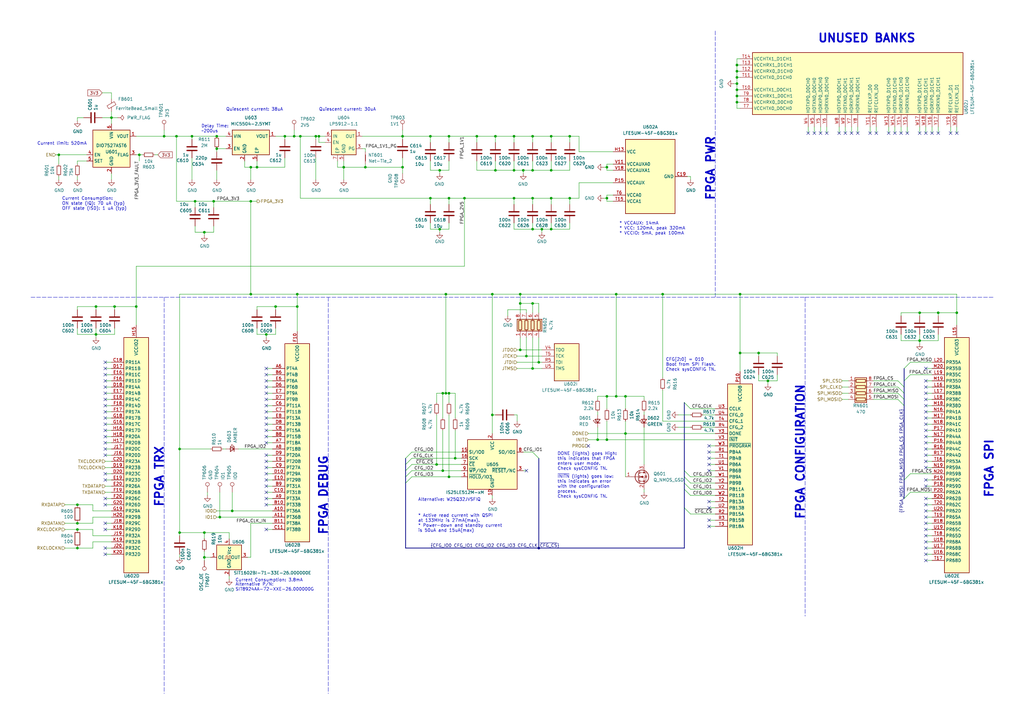
<source format=kicad_sch>
(kicad_sch (version 20211123) (generator eeschema)

  (uuid e6861313-0042-44a8-a0bd-deae1d0fda2f)

  (paper "A3")

  

  (junction (at 302.26 29.21) (diameter 0) (color 0 0 0 0)
    (uuid 015d8a49-10ae-4e19-9e70-b72c1af03708)
  )
  (junction (at 377.19 139.7) (diameter 0) (color 0 0 0 0)
    (uuid 035ad69b-101d-4a07-9109-768fd21ef62f)
  )
  (junction (at 73.66 184.15) (diameter 0) (color 0 0 0 0)
    (uuid 0586f657-4055-4eb1-a529-2c4ab9039d8f)
  )
  (junction (at 210.82 81.28) (diameter 0) (color 0 0 0 0)
    (uuid 082728c1-1596-4b3b-921d-365462ccd9eb)
  )
  (junction (at 39.37 137.16) (diameter 0) (color 0 0 0 0)
    (uuid 09ff8530-714c-45c9-8c7a-26c93d48c5d9)
  )
  (junction (at 181.61 193.04) (diameter 0) (color 0 0 0 0)
    (uuid 0a97c494-9fa6-4758-b55d-ab0c1c9ae24c)
  )
  (junction (at 121.92 125.73) (diameter 0) (color 0 0 0 0)
    (uuid 0b0331f0-ad6e-45d6-b767-0f62f575797e)
  )
  (junction (at 226.06 81.28) (diameter 0) (color 0 0 0 0)
    (uuid 0d2491a5-6181-48a7-add2-ce28cae84fdd)
  )
  (junction (at 80.01 82.55) (diameter 0) (color 0 0 0 0)
    (uuid 0d3955d2-ec45-42f2-ad29-f7661bc81e71)
  )
  (junction (at 31.75 207.01) (diameter 0) (color 0 0 0 0)
    (uuid 0d486e1b-ec2a-4c13-b68c-5a8bc7fbed29)
  )
  (junction (at 248.92 68.58) (diameter 0) (color 0 0 0 0)
    (uuid 0fb1f718-13ff-4f2b-a411-e6e1551bb245)
  )
  (junction (at 195.58 55.88) (diameter 0) (color 0 0 0 0)
    (uuid 16d6c404-82f2-4808-841a-452320964eab)
  )
  (junction (at 248.92 162.56) (diameter 0) (color 0 0 0 0)
    (uuid 175a04b6-29eb-4bba-9e0a-ea2dc8a0d5c6)
  )
  (junction (at 73.66 218.44) (diameter 0) (color 0 0 0 0)
    (uuid 1d43f9c0-164a-4178-ae8a-5a62af377c4d)
  )
  (junction (at 130.81 55.88) (diameter 0) (color 0 0 0 0)
    (uuid 23ec8f2d-7860-42de-a0a2-c0a0c96c3dee)
  )
  (junction (at 252.73 162.56) (diameter 0) (color 0 0 0 0)
    (uuid 241141d8-eefb-4ed3-afda-7ac5b7738674)
  )
  (junction (at 184.15 81.28) (diameter 0) (color 0 0 0 0)
    (uuid 263d1178-f828-4149-9c45-f71b03b12e85)
  )
  (junction (at 31.75 217.17) (diameter 0) (color 0 0 0 0)
    (uuid 29c84d61-59a9-4bce-97ae-96a4ad953873)
  )
  (junction (at 176.53 55.88) (diameter 0) (color 0 0 0 0)
    (uuid 2b9c2ab6-f8b7-4ffb-8d71-50b870056aca)
  )
  (junction (at 226.06 93.98) (diameter 0) (color 0 0 0 0)
    (uuid 2f43ebac-3493-4a24-99fd-1f738ecd834b)
  )
  (junction (at 302.26 41.91) (diameter 0) (color 0 0 0 0)
    (uuid 309af090-80d0-471a-a9f8-2699c79d3160)
  )
  (junction (at 201.93 170.18) (diameter 0) (color 0 0 0 0)
    (uuid 32044e18-85d1-4706-8be5-fb03a25cd02b)
  )
  (junction (at 215.9 146.05) (diameter 0) (color 0 0 0 0)
    (uuid 34eb0e40-eaf8-4d53-ba24-748a373328b7)
  )
  (junction (at 392.43 128.27) (diameter 0) (color 0 0 0 0)
    (uuid 350f2937-97c5-4530-9649-824c0ec67b0c)
  )
  (junction (at 165.1 68.58) (diameter 0) (color 0 0 0 0)
    (uuid 3772de85-8e0f-45b1-81ea-2104ddf4cec9)
  )
  (junction (at 83.82 218.44) (diameter 0) (color 0 0 0 0)
    (uuid 392d2075-8af3-405f-aa66-719b5a8b3345)
  )
  (junction (at 180.34 93.98) (diameter 0) (color 0 0 0 0)
    (uuid 3fd801ff-d97c-430b-9065-5c17c20e5123)
  )
  (junction (at 213.36 143.51) (diameter 0) (color 0 0 0 0)
    (uuid 4551baa1-1166-478a-8841-9715eaafe504)
  )
  (junction (at 176.53 81.28) (diameter 0) (color 0 0 0 0)
    (uuid 474d91f8-4912-4d08-a30b-bdf6e5840aef)
  )
  (junction (at 220.98 224.79) (diameter 0) (color 0 0 0 0)
    (uuid 4881581d-dd9d-4882-93df-984b5b3f8000)
  )
  (junction (at 218.44 93.98) (diameter 0) (color 0 0 0 0)
    (uuid 48f8fb2b-5c2d-41cb-91e3-34126275c64f)
  )
  (junction (at 88.9 55.88) (diameter 0) (color 0 0 0 0)
    (uuid 4b8dfce0-7e4d-495c-ab07-baef377d9e18)
  )
  (junction (at 83.82 228.6) (diameter 0) (color 0 0 0 0)
    (uuid 4d819a31-f9aa-4662-a958-7d3cc3434aa9)
  )
  (junction (at 57.15 63.5) (diameter 0) (color 0 0 0 0)
    (uuid 4e58b0b2-2fa8-4706-a4dc-33665ff5d822)
  )
  (junction (at 303.53 120.65) (diameter 0) (color 0 0 0 0)
    (uuid 5186aa9c-3f8e-4f4b-95f5-c7da1855902e)
  )
  (junction (at 46.99 125.73) (diameter 0) (color 0 0 0 0)
    (uuid 53809074-8db8-4e18-a150-120940309410)
  )
  (junction (at 102.87 82.55) (diameter 0) (color 0 0 0 0)
    (uuid 538903bc-0e34-43ea-ac93-d986d7208b3d)
  )
  (junction (at 377.19 128.27) (diameter 0) (color 0 0 0 0)
    (uuid 543f7343-5964-4d0e-a5b3-eb451edd1b7a)
  )
  (junction (at 218.44 55.88) (diameter 0) (color 0 0 0 0)
    (uuid 57b99b92-9f82-4581-9106-defea394ccc3)
  )
  (junction (at 302.26 36.83) (diameter 0) (color 0 0 0 0)
    (uuid 589b7dd2-0205-4f2e-a79a-3f0cda7ed6f3)
  )
  (junction (at 184.15 55.88) (diameter 0) (color 0 0 0 0)
    (uuid 58a24151-b93e-418c-aec8-57b59c26a930)
  )
  (junction (at 140.97 68.58) (diameter 0) (color 0 0 0 0)
    (uuid 5e8e6715-3faa-41f3-a217-5270d010e5cd)
  )
  (junction (at 72.39 55.88) (diameter 0) (color 0 0 0 0)
    (uuid 63a4ad8d-b947-4fd8-b054-801bf31f2643)
  )
  (junction (at 303.53 144.78) (diameter 0) (color 0 0 0 0)
    (uuid 667c348a-d139-4b04-acb5-5645964ed3b9)
  )
  (junction (at 123.19 55.88) (diameter 0) (color 0 0 0 0)
    (uuid 6b822e02-508e-48fc-ae6a-5b8535c98b54)
  )
  (junction (at 226.06 69.85) (diameter 0) (color 0 0 0 0)
    (uuid 7208c6bc-a988-44d4-9c9a-e3ab5fa80c38)
  )
  (junction (at 78.74 55.88) (diameter 0) (color 0 0 0 0)
    (uuid 77dd8ad7-adcb-4643-b9df-382975cd5213)
  )
  (junction (at 31.75 214.63) (diameter 0) (color 0 0 0 0)
    (uuid 7d551cc8-80c5-40d0-a988-3a7d0922c903)
  )
  (junction (at 233.68 55.88) (diameter 0) (color 0 0 0 0)
    (uuid 7e47ee72-eea1-4946-878a-45c4ab4f3e3c)
  )
  (junction (at 105.41 68.58) (diameter 0) (color 0 0 0 0)
    (uuid 7f219e85-8bbc-4683-9db4-ae3e439b4b5b)
  )
  (junction (at 55.88 125.73) (diameter 0) (color 0 0 0 0)
    (uuid 7f753df1-6b84-4154-a786-49888fedb803)
  )
  (junction (at 248.92 180.34) (diameter 0) (color 0 0 0 0)
    (uuid 811cd69f-4dd8-47a7-a303-0ca36cee248f)
  )
  (junction (at 384.81 128.27) (diameter 0) (color 0 0 0 0)
    (uuid 81eda675-3429-4f2a-91bf-06dac2ffb0f0)
  )
  (junction (at 109.22 137.16) (diameter 0) (color 0 0 0 0)
    (uuid 82494344-2f2c-4de0-a7fd-72a6a0647225)
  )
  (junction (at 102.87 68.58) (diameter 0) (color 0 0 0 0)
    (uuid 82c61167-643f-4fa4-9de3-f6f706bb8ba4)
  )
  (junction (at 213.36 120.65) (diameter 0) (color 0 0 0 0)
    (uuid 8629f088-ad32-41b1-b2c0-e166d87217e4)
  )
  (junction (at 218.44 69.85) (diameter 0) (color 0 0 0 0)
    (uuid 87626367-2304-4ed0-b451-61be4738fb77)
  )
  (junction (at 149.86 68.58) (diameter 0) (color 0 0 0 0)
    (uuid 89216b3d-8741-4e99-8d95-8cd4e06825c1)
  )
  (junction (at 271.78 120.65) (diameter 0) (color 0 0 0 0)
    (uuid 8ab6a98d-3da8-4eae-b246-010cfaacbb09)
  )
  (junction (at 218.44 151.13) (diameter 0) (color 0 0 0 0)
    (uuid 8b1d625a-6335-4175-92b9-ed53b403b6d8)
  )
  (junction (at 314.96 156.21) (diameter 0) (color 0 0 0 0)
    (uuid 8c315a62-8d5b-41dc-9589-396ebc61c194)
  )
  (junction (at 203.2 69.85) (diameter 0) (color 0 0 0 0)
    (uuid 8ef5e007-66b6-4278-ac01-83339d8e5995)
  )
  (junction (at 39.37 125.73) (diameter 0) (color 0 0 0 0)
    (uuid 900f2a37-e72f-479b-816d-6716ba4b9f27)
  )
  (junction (at 203.2 55.88) (diameter 0) (color 0 0 0 0)
    (uuid 9c594d4c-0b81-492b-ad28-bc108def6dfa)
  )
  (junction (at 31.75 224.79) (diameter 0) (color 0 0 0 0)
    (uuid 9d835ca6-eab2-430e-8507-201b163d4a71)
  )
  (junction (at 120.65 55.88) (diameter 0) (color 0 0 0 0)
    (uuid 9d88d158-53ba-46e7-84f9-976c973aa56e)
  )
  (junction (at 311.15 144.78) (diameter 0) (color 0 0 0 0)
    (uuid 9e618698-f1bc-4f78-9b97-92aace28e15f)
  )
  (junction (at 181.61 161.29) (diameter 0) (color 0 0 0 0)
    (uuid a29e6dc1-ebbf-4ba0-bfe5-fd511b5382dd)
  )
  (junction (at 90.17 212.09) (diameter 0) (color 0 0 0 0)
    (uuid a844a060-e560-4c5a-af7b-0b1046e597fb)
  )
  (junction (at 179.07 190.5) (diameter 0) (color 0 0 0 0)
    (uuid a8a40f41-66c9-46f2-8cd4-d1c19a83ed77)
  )
  (junction (at 67.31 55.88) (diameter 0) (color 0 0 0 0)
    (uuid a91fa13e-bea9-4e69-9a5f-f6d4aa719767)
  )
  (junction (at 256.54 177.8) (diameter 0) (color 0 0 0 0)
    (uuid aa77a0ad-aac3-4734-9015-ed94cd1af9fe)
  )
  (junction (at 83.82 95.25) (diameter 0) (color 0 0 0 0)
    (uuid abc16d80-4a9d-483f-bc3e-0b9dca49f826)
  )
  (junction (at 248.92 81.28) (diameter 0) (color 0 0 0 0)
    (uuid ae3fa487-99c2-406a-893b-2345b2079711)
  )
  (junction (at 88.9 60.96) (diameter 0) (color 0 0 0 0)
    (uuid af48b7b7-8348-49da-b631-3353a38c7478)
  )
  (junction (at 184.15 161.29) (diameter 0) (color 0 0 0 0)
    (uuid b170a524-bd9f-45a8-a425-96546dbcb34a)
  )
  (junction (at 184.15 195.58) (diameter 0) (color 0 0 0 0)
    (uuid ba0946b6-4288-4422-b81a-9ca506e3a96e)
  )
  (junction (at 182.88 161.29) (diameter 0) (color 0 0 0 0)
    (uuid bd0e2d50-448a-445a-8b24-a9e7fe81d74e)
  )
  (junction (at 218.44 124.46) (diameter 0) (color 0 0 0 0)
    (uuid be120f8e-c627-43c0-95ac-698b044bf654)
  )
  (junction (at 252.73 120.65) (diameter 0) (color 0 0 0 0)
    (uuid bed2f8e2-b64f-4424-97ef-13e997f59ce2)
  )
  (junction (at 233.68 81.28) (diameter 0) (color 0 0 0 0)
    (uuid c19e6f1b-73ce-443b-81a6-0b8fb8bce685)
  )
  (junction (at 302.26 31.75) (diameter 0) (color 0 0 0 0)
    (uuid c2f168e7-1d61-4706-946e-287606204505)
  )
  (junction (at 186.69 187.96) (diameter 0) (color 0 0 0 0)
    (uuid c3e0acc9-548b-46f7-aa45-012024456523)
  )
  (junction (at 210.82 55.88) (diameter 0) (color 0 0 0 0)
    (uuid c4a5d0cb-a843-4b71-a857-3ce5db99dcc7)
  )
  (junction (at 222.25 93.98) (diameter 0) (color 0 0 0 0)
    (uuid c9f6c641-2ff3-4d75-a806-2f5278082e8f)
  )
  (junction (at 256.54 162.56) (diameter 0) (color 0 0 0 0)
    (uuid caf935bd-1e71-41ca-84e2-5c51f56be8a2)
  )
  (junction (at 45.72 48.26) (diameter 0) (color 0 0 0 0)
    (uuid cb365aa4-48fc-4ba2-bfcf-9c6f87c95039)
  )
  (junction (at 165.1 55.88) (diameter 0) (color 0 0 0 0)
    (uuid cc0d15d6-5505-4639-8721-76167e8ddc8d)
  )
  (junction (at 245.11 180.34) (diameter 0) (color 0 0 0 0)
    (uuid cd7a2132-bd59-4811-9e89-d10c1bfed2df)
  )
  (junction (at 116.84 55.88) (diameter 0) (color 0 0 0 0)
    (uuid d0134b57-dfae-49d9-a32f-12a6e3a6bbba)
  )
  (junction (at 180.34 69.85) (diameter 0) (color 0 0 0 0)
    (uuid d085d73e-e22b-424b-930b-d712f9d45991)
  )
  (junction (at 87.63 82.55) (diameter 0) (color 0 0 0 0)
    (uuid d122dbff-d219-4548-af83-e3842a6745fa)
  )
  (junction (at 182.88 120.65) (diameter 0) (color 0 0 0 0)
    (uuid d493caec-b057-4cb1-8918-737ea5e1b51e)
  )
  (junction (at 210.82 69.85) (diameter 0) (color 0 0 0 0)
    (uuid d545967e-8eb9-42d3-8c93-4f8e99d2b86c)
  )
  (junction (at 129.54 55.88) (diameter 0) (color 0 0 0 0)
    (uuid d8289ceb-0cbc-4407-b6da-63c6ce14a596)
  )
  (junction (at 226.06 55.88) (diameter 0) (color 0 0 0 0)
    (uuid e143187b-4489-4598-8974-9bf7c3b9056f)
  )
  (junction (at 24.13 63.5) (diameter 0) (color 0 0 0 0)
    (uuid ec45c837-529c-45d3-94cb-18f8f6c213b7)
  )
  (junction (at 213.36 124.46) (diameter 0) (color 0 0 0 0)
    (uuid ee207984-aadd-4421-90ce-61c0016efa78)
  )
  (junction (at 214.63 69.85) (diameter 0) (color 0 0 0 0)
    (uuid f3f00ca7-0980-4aad-88ea-ad6a37d99bd5)
  )
  (junction (at 95.25 209.55) (diameter 0) (color 0 0 0 0)
    (uuid f5d947e0-1a40-4be1-b537-55484539f42b)
  )
  (junction (at 201.93 120.65) (diameter 0) (color 0 0 0 0)
    (uuid f6140a48-676c-466c-892d-90e0c1252456)
  )
  (junction (at 113.03 125.73) (diameter 0) (color 0 0 0 0)
    (uuid f6e24a42-e21b-4472-a53f-0c68bf5b725c)
  )
  (junction (at 302.26 26.67) (diameter 0) (color 0 0 0 0)
    (uuid f7ca5290-a5d5-484d-9c2f-2d74b074fc9d)
  )
  (junction (at 190.5 81.28) (diameter 0) (color 0 0 0 0)
    (uuid f8e9b383-da90-47b7-8581-25ba2f8cb27e)
  )
  (junction (at 302.26 34.29) (diameter 0) (color 0 0 0 0)
    (uuid f9cebe2c-53f4-44bc-9972-631a005389db)
  )
  (junction (at 102.87 120.65) (diameter 0) (color 0 0 0 0)
    (uuid fb0e24bd-ac78-44cb-8b32-8ae8bfe081cb)
  )
  (junction (at 220.98 148.59) (diameter 0) (color 0 0 0 0)
    (uuid fb6e9559-b228-4825-8017-15ffa01195bc)
  )
  (junction (at 302.26 39.37) (diameter 0) (color 0 0 0 0)
    (uuid fc183d27-6103-4185-b267-2883ea678f58)
  )
  (junction (at 121.92 120.65) (diameter 0) (color 0 0 0 0)
    (uuid fcce69bc-33c3-4996-ba5b-c1eda94e7634)
  )
  (junction (at 218.44 81.28) (diameter 0) (color 0 0 0 0)
    (uuid fdf9f1e0-ce8a-4ecb-9472-5adf8bfe8e67)
  )

  (no_connect (at 43.18 151.13) (uuid 0087fb22-ba0c-4acc-b8bc-9fdd9623d4bf))
  (no_connect (at 43.18 204.47) (uuid 092bc9ec-e3c7-4eae-b7f7-77b94e386478))
  (no_connect (at 356.87 54.61) (uuid 0c98e987-c025-4634-a5df-d3d1ab517326))
  (no_connect (at 43.18 184.15) (uuid 0d616157-6bdf-45aa-bced-1021f97957e2))
  (no_connect (at 43.18 176.53) (uuid 0d616157-6bdf-45aa-bced-1021f97957e3))
  (no_connect (at 43.18 179.07) (uuid 0d616157-6bdf-45aa-bced-1021f97957e4))
  (no_connect (at 43.18 181.61) (uuid 0d616157-6bdf-45aa-bced-1021f97957e5))
  (no_connect (at 215.9 193.04) (uuid 0d97e9cd-c31a-4ad5-a968-c012e35fc182))
  (no_connect (at 109.22 156.21) (uuid 12bb232f-8d44-416d-9f9a-c3817e1f9a82))
  (no_connect (at 339.09 54.61) (uuid 16858b84-962e-4c0c-9029-c64eef86a02c))
  (no_connect (at 109.22 207.01) (uuid 17062b70-c549-4bcd-b5f3-6b5f30bea7aa))
  (no_connect (at 109.22 166.37) (uuid 1856bedc-4340-4752-b096-e6d8f5bcf31b))
  (no_connect (at 109.22 153.67) (uuid 1b346ad8-49c1-4d9a-9e92-c03d189ee1dd))
  (no_connect (at 43.18 214.63) (uuid 20d1812c-cd35-4c64-908b-bbd37c456360))
  (no_connect (at 109.22 161.29) (uuid 20d359e1-1836-4cbc-af2f-3630566df0d0))
  (no_connect (at 372.11 54.61) (uuid 25814e56-9bc7-4124-9394-9ee29271646d))
  (no_connect (at 43.18 217.17) (uuid 27d1c3c8-1813-43b9-877b-d67d9b61a694))
  (no_connect (at 359.41 54.61) (uuid 28f20c3f-016b-4f4b-88bc-c446babd0389))
  (no_connect (at 349.25 54.61) (uuid 2e5814b0-7418-4d8b-9225-5761e57effce))
  (no_connect (at 109.22 179.07) (uuid 2f4cdc79-030c-4165-a024-a7947d41e2fa))
  (no_connect (at 109.22 186.69) (uuid 39110e7c-525d-47be-9ab5-6a9c05261880))
  (no_connect (at 43.18 224.79) (uuid 39507dbc-d91c-4e92-a89e-2259b7223eca))
  (no_connect (at 379.73 151.13) (uuid 3d444eaa-2910-41fd-82a5-3c7378a235eb))
  (no_connect (at 43.18 158.75) (uuid 3edb3167-e45b-49a4-a46e-0c3b66c8794c))
  (no_connect (at 290.83 208.28) (uuid 44d1208f-3dab-4b1f-a881-04d6516bd03a))
  (no_connect (at 109.22 204.47) (uuid 455a9825-82bc-46b0-baf3-83bd68bc3f1a))
  (no_connect (at 43.18 168.91) (uuid 469a0a3e-9e33-4569-a802-6a64c4500215))
  (no_connect (at 379.73 196.85) (uuid 46a55358-869e-448a-9422-f86b68b54aab))
  (no_connect (at 379.73 212.09) (uuid 4a62429e-02c3-4ecf-bc90-f1d28c069c07))
  (no_connect (at 379.73 229.87) (uuid 4f494835-fc7e-4e89-a5b4-d48a8e11a5fd))
  (no_connect (at 109.22 191.77) (uuid 532043c0-7b92-4671-9c04-5a267bef43fd))
  (no_connect (at 379.73 54.61) (uuid 56fc22f7-a334-4b7b-b893-802d803a388f))
  (no_connect (at 379.73 176.53) (uuid 5b2c0840-bba1-4448-9d77-41960066645a))
  (no_connect (at 346.71 54.61) (uuid 5bd02ad9-616e-438d-8947-657b03c8fdf8))
  (no_connect (at 241.3 182.88) (uuid 5cef7952-c5d9-4b64-8654-67db4abb18c3))
  (no_connect (at 109.22 199.39) (uuid 5d18cfa1-cd09-446a-be68-ac5734008cfe))
  (no_connect (at 290.83 185.42) (uuid 5f980097-c3af-4712-b759-d76150575b23))
  (no_connect (at 109.22 189.23) (uuid 61a081bd-8501-47d3-bd39-7d1a0c21cff0))
  (no_connect (at 379.73 171.45) (uuid 65074c18-deab-4aca-88a4-72ce1634165f))
  (no_connect (at 364.49 54.61) (uuid 650df6eb-3cb5-452a-8dff-7e9860a6c5b1))
  (no_connect (at 43.18 156.21) (uuid 65ec770c-f207-4c98-84df-4fface0e5735))
  (no_connect (at 334.01 54.61) (uuid 660f8cb0-4756-4d03-a17a-91deb7529503))
  (no_connect (at 379.73 217.17) (uuid 663bbef1-fd08-4c8a-a945-7054cdc2f2c9))
  (no_connect (at 379.73 184.15) (uuid 66ede1ef-7c1c-4ff2-82ca-7cf73655f228))
  (no_connect (at 379.73 158.75) (uuid 74a55201-e234-43d3-8a5a-339255480e2f))
  (no_connect (at 290.83 182.88) (uuid 74de4f60-8e78-40c1-a3fb-3b6879fff038))
  (no_connect (at 43.18 227.33) (uuid 7a9ccfdf-f203-42e3-a246-c7952ed42301))
  (no_connect (at 109.22 194.31) (uuid 7c2c06b3-79e4-4293-931d-2fa96c3a5eb8))
  (no_connect (at 392.43 54.61) (uuid 7e4f8b88-6c4b-4ba5-bc05-ae0251584d83))
  (no_connect (at 379.73 168.91) (uuid 8094617f-b5b0-409e-aa0c-941eeca59e40))
  (no_connect (at 43.18 163.83) (uuid 8511434d-1111-416b-b59e-7f7fab3537d6))
  (no_connect (at 43.18 161.29) (uuid 878ae374-4f73-4474-bde8-ea148af29188))
  (no_connect (at 384.81 54.61) (uuid 879cafa2-6b51-4ef1-aceb-a656f504a7db))
  (no_connect (at 379.73 186.69) (uuid 8a7d86a7-dba0-4a8f-96f6-d016c3c4232e))
  (no_connect (at 290.83 205.74) (uuid 8fd6b421-fd42-4b9c-9ec5-7fe6ad287c38))
  (no_connect (at 382.27 54.61) (uuid 935be522-7bfc-4865-ac3c-5ec78d38615f))
  (no_connect (at 43.18 171.45) (uuid 952ad99e-d3ed-4ada-99ce-e2c704402aab))
  (no_connect (at 367.03 54.61) (uuid 9675bcba-4001-4c4f-af07-32a85229f5c2))
  (no_connect (at 379.73 214.63) (uuid 98cf457e-3f0c-4c64-8586-1a923812d044))
  (no_connect (at 379.73 207.01) (uuid 9ad7ef5f-b3cc-4cac-a233-227d5724471d))
  (no_connect (at 109.22 173.99) (uuid 9eb7170b-3da1-457a-910a-997869bded1a))
  (no_connect (at 43.18 148.59) (uuid 9ec70d98-75ce-4ab7-9e1f-60ef736cb193))
  (no_connect (at 379.73 156.21) (uuid 9fcde7a3-81fe-42a1-8d2d-31bba7370bf3))
  (no_connect (at 109.22 171.45) (uuid a00238f5-72d6-40e7-b73e-3ffd08ceee7e))
  (no_connect (at 109.22 196.85) (uuid a0a81c39-62ab-483b-92e8-438842cf19fc))
  (no_connect (at 336.55 54.61) (uuid a1ea9e06-ed8a-4942-82a7-221567c6c412))
  (no_connect (at 377.19 54.61) (uuid a4413f7c-ef15-4c3e-8922-4bd0bfe13b42))
  (no_connect (at 109.22 181.61) (uuid a4c425eb-bed1-45ee-b82e-843c4bdddef4))
  (no_connect (at 109.22 151.13) (uuid a4c425eb-bed1-45ee-b82e-843c4bdddef5))
  (no_connect (at 379.73 163.83) (uuid a59a5b67-5d6d-445f-b030-665df087f717))
  (no_connect (at 43.18 166.37) (uuid a5f92b36-b8f4-4a10-90da-5695567ef3ec))
  (no_connect (at 379.73 219.71) (uuid a8d64fcc-84cb-4645-a06d-f5d6c0614188))
  (no_connect (at 379.73 224.79) (uuid ac2f3eb5-9193-4a6c-bab6-d1de91fe5122))
  (no_connect (at 109.22 158.75) (uuid b1011abf-258e-4cab-a44d-332b4651c3f5))
  (no_connect (at 379.73 191.77) (uuid b386f7b1-7713-411b-947f-189405a3093e))
  (no_connect (at 389.89 54.61) (uuid bd77d4da-2421-46eb-9c83-3023827bf9fd))
  (no_connect (at 290.83 190.5) (uuid be7de968-33ef-4f91-8b12-f0d3a2050b4c))
  (no_connect (at 379.73 166.37) (uuid c09de27f-2e2f-46f1-8191-7276776e19c7))
  (no_connect (at 379.73 199.39) (uuid c15b4b76-532a-4591-a2d0-e41ee73af402))
  (no_connect (at 379.73 161.29) (uuid c2995412-0125-46b5-84e5-f87417db8fb5))
  (no_connect (at 109.22 168.91) (uuid c5674969-13d8-40d2-99ca-df9adcd5445d))
  (no_connect (at 109.22 201.93) (uuid c6c4013d-3700-4ed7-9261-acfb9c8eeaa7))
  (no_connect (at 379.73 204.47) (uuid ca537b4c-1b97-49ee-ac71-ec3ea5a88d0c))
  (no_connect (at 351.79 54.61) (uuid cc3d9289-a007-4614-9162-46212988df32))
  (no_connect (at 109.22 163.83) (uuid cdd6a1ea-c980-432f-ae87-d2e371cec527))
  (no_connect (at 344.17 54.61) (uuid cf536c01-1fe3-48e2-9066-91e69081eba0))
  (no_connect (at 43.18 196.85) (uuid d2a1dfde-6514-44a0-868d-aeae5393d2b9))
  (no_connect (at 290.83 213.36) (uuid d5984c9f-d7d6-4880-9ccf-8cd0f0739db2))
  (no_connect (at 43.18 173.99) (uuid d6e25b57-4f73-4a9e-96e1-2afe3109a444))
  (no_connect (at 379.73 173.99) (uuid db7f66fa-4eeb-4477-9368-10ee1e745e49))
  (no_connect (at 290.83 187.96) (uuid dc7a756e-09f4-4e54-84a6-91b102dbd2de))
  (no_connect (at 290.83 193.04) (uuid e08881a7-ea9c-46a7-bd76-7c0809750c00))
  (no_connect (at 369.57 54.61) (uuid e10e3766-2759-42b0-b3de-138cc1d6adc1))
  (no_connect (at 43.18 153.67) (uuid e3394ed9-1c21-4e5c-bcea-5e971d8a7cf7))
  (no_connect (at 331.47 54.61) (uuid e450052a-bfe2-4805-9f49-d5cbba0a81b5))
  (no_connect (at 379.73 179.07) (uuid ebce05d2-d89b-420c-b351-2bdc186b5cc8))
  (no_connect (at 290.83 215.9) (uuid ede8c8b8-df9b-4773-bea5-99eda1e39312))
  (no_connect (at 109.22 217.17) (uuid f3e9a2b1-bb51-4ad1-8079-e7d788831e63))
  (no_connect (at 43.18 194.31) (uuid f5ab30bd-8933-4d63-90be-5a945f7dcc81))
  (no_connect (at 43.18 207.01) (uuid f62364e9-06e8-4878-a9f6-c9fb562d98a1))
  (no_connect (at 379.73 222.25) (uuid f6abe4b5-a725-425c-bde0-f172f1b01087))
  (no_connect (at 43.18 186.69) (uuid f76de2de-56c9-4236-84f0-f5b7fc28e87a))
  (no_connect (at 379.73 189.23) (uuid f7b46ddd-60e6-4ceb-b8cd-b319edc41f8b))
  (no_connect (at 379.73 181.61) (uuid f863b979-0ed1-4bed-b8dc-87f193e58019))
  (no_connect (at 379.73 227.33) (uuid fc6d13b8-4885-45b8-9095-429151115516))
  (no_connect (at 109.22 176.53) (uuid fdcc1581-186c-4c19-b4e5-135f15587d55))
  (no_connect (at 379.73 209.55) (uuid fed14461-b754-4d56-b372-78112a52b7d2))

  (bus_entry (at 280.67 198.12) (size 2.54 2.54)
    (stroke (width 0) (type default) (color 0 0 0 0))
    (uuid 1298f126-2352-48f2-825f-de17742fc4db)
  )
  (bus_entry (at 166.37 198.12) (size 2.54 -2.54)
    (stroke (width 0) (type default) (color 0 0 0 0))
    (uuid 23b51995-fe23-4d97-a066-5f4147818f87)
  )
  (bus_entry (at 368.3 161.29) (size 2.54 2.54)
    (stroke (width 0) (type default) (color 0 0 0 0))
    (uuid 23d29486-fd80-4571-af10-ad6f9266d827)
  )
  (bus_entry (at 373.38 201.93) (size -2.54 2.54)
    (stroke (width 0) (type default) (color 0 0 0 0))
    (uuid 2f931a28-e0b2-4a89-85b0-3d360525bf32)
  )
  (bus_entry (at 218.44 185.42) (size 2.54 2.54)
    (stroke (width 0) (type default) (color 0 0 0 0))
    (uuid 665861bb-3c85-43bc-9dc7-9c72219f317e)
  )
  (bus_entry (at 280.67 200.66) (size 2.54 2.54)
    (stroke (width 0) (type default) (color 0 0 0 0))
    (uuid 75a9480d-8ac3-41df-9f4f-5d9ed7a1782e)
  )
  (bus_entry (at 166.37 195.58) (size 2.54 -2.54)
    (stroke (width 0) (type default) (color 0 0 0 0))
    (uuid 785dddf9-3cf0-4e85-8632-1a314bbc34b2)
  )
  (bus_entry (at 373.38 194.31) (size -2.54 2.54)
    (stroke (width 0) (type default) (color 0 0 0 0))
    (uuid 7bcf5f23-8816-4e86-a543-bdcbf1309591)
  )
  (bus_entry (at 368.3 156.21) (size 2.54 2.54)
    (stroke (width 0) (type default) (color 0 0 0 0))
    (uuid 84614438-927c-41d5-954b-3899dc3d12a3)
  )
  (bus_entry (at 280.67 193.04) (size 2.54 2.54)
    (stroke (width 0) (type default) (color 0 0 0 0))
    (uuid 8ce16e23-12f4-46be-951f-c046f1bd3479)
  )
  (bus_entry (at 373.38 153.67) (size -2.54 2.54)
    (stroke (width 0) (type default) (color 0 0 0 0))
    (uuid a6a4ab88-9453-4ebb-8420-d9e16061878f)
  )
  (bus_entry (at 280.67 195.58) (size 2.54 2.54)
    (stroke (width 0) (type default) (color 0 0 0 0))
    (uuid ae509cef-b2d4-4701-bd39-f4d022ead86d)
  )
  (bus_entry (at 368.3 158.75) (size 2.54 2.54)
    (stroke (width 0) (type default) (color 0 0 0 0))
    (uuid c89e46f3-05f3-468c-ae89-cb705f2b3d05)
  )
  (bus_entry (at 166.37 190.5) (size 2.54 -2.54)
    (stroke (width 0) (type default) (color 0 0 0 0))
    (uuid cc888799-c0b4-4c79-87f8-a4a62f5d81d0)
  )
  (bus_entry (at 166.37 193.04) (size 2.54 -2.54)
    (stroke (width 0) (type default) (color 0 0 0 0))
    (uuid cc888799-c0b4-4c79-87f8-a4a62f5d81d1)
  )
  (bus_entry (at 168.91 185.42) (size -2.54 2.54)
    (stroke (width 0) (type default) (color 0 0 0 0))
    (uuid cc888799-c0b4-4c79-87f8-a4a62f5d81d2)
  )
  (bus_entry (at 280.67 208.28) (size 2.54 2.54)
    (stroke (width 0) (type default) (color 0 0 0 0))
    (uuid dbd2f208-6165-4a10-afab-a9eb941486a4)
  )
  (bus_entry (at 373.38 148.59) (size -2.54 2.54)
    (stroke (width 0) (type default) (color 0 0 0 0))
    (uuid e1533dd6-e3a9-4ad6-81a1-514609157553)
  )
  (bus_entry (at 368.3 163.83) (size 2.54 2.54)
    (stroke (width 0) (type default) (color 0 0 0 0))
    (uuid f49ea77d-fd20-4b50-b316-135c41acdc2d)
  )
  (bus_entry (at 280.67 165.1) (size 2.54 2.54)
    (stroke (width 0) (type default) (color 0 0 0 0))
    (uuid fe7571cb-0e18-4010-9006-7209546aee72)
  )

  (wire (pts (xy 100.33 68.58) (xy 102.87 68.58))
    (stroke (width 0) (type default) (color 0 0 0 0))
    (uuid 000a7a28-d287-471c-aa9b-2f3ff3fe4f62)
  )
  (wire (pts (xy 201.93 170.18) (xy 203.2 170.18))
    (stroke (width 0) (type default) (color 0 0 0 0))
    (uuid 007a2dd6-2206-470e-8f15-efafeccccf3a)
  )
  (wire (pts (xy 303.53 44.45) (xy 302.26 44.45))
    (stroke (width 0) (type default) (color 0 0 0 0))
    (uuid 011126bb-ae88-4d25-a1da-ede22aa5529c)
  )
  (wire (pts (xy 91.44 184.15) (xy 92.71 184.15))
    (stroke (width 0) (type default) (color 0 0 0 0))
    (uuid 011e887c-a2ab-4719-8a24-67515a6f5db9)
  )
  (wire (pts (xy 203.2 69.85) (xy 210.82 69.85))
    (stroke (width 0) (type default) (color 0 0 0 0))
    (uuid 027be7fd-b456-4bdc-8405-7bd7824b9d3c)
  )
  (wire (pts (xy 26.67 217.17) (xy 31.75 217.17))
    (stroke (width 0) (type default) (color 0 0 0 0))
    (uuid 03637e18-e11c-4b9f-90f4-25e02d3e8f6b)
  )
  (wire (pts (xy 271.78 120.65) (xy 303.53 120.65))
    (stroke (width 0) (type default) (color 0 0 0 0))
    (uuid 04033699-6db0-441b-8bf7-eec0c4b3b674)
  )
  (wire (pts (xy 233.68 93.98) (xy 233.68 91.44))
    (stroke (width 0) (type default) (color 0 0 0 0))
    (uuid 0408e91b-4ff1-40da-a555-48aeb55678a3)
  )
  (wire (pts (xy 379.73 214.63) (xy 382.27 214.63))
    (stroke (width 0) (type default) (color 0 0 0 0))
    (uuid 0422b8be-b7e9-4092-bbe7-f2c8abaef015)
  )
  (wire (pts (xy 247.65 81.28) (xy 248.92 81.28))
    (stroke (width 0) (type default) (color 0 0 0 0))
    (uuid 04819c47-78fd-4566-9d0c-a7917acb0fc6)
  )
  (wire (pts (xy 88.9 73.66) (xy 88.9 69.85))
    (stroke (width 0) (type default) (color 0 0 0 0))
    (uuid 04b331e5-d37d-416b-87e9-9832e62ba70f)
  )
  (wire (pts (xy 379.73 199.39) (xy 382.27 199.39))
    (stroke (width 0) (type default) (color 0 0 0 0))
    (uuid 04b9a540-7d4d-4ad2-863b-3a5d6df98179)
  )
  (wire (pts (xy 67.31 55.88) (xy 72.39 55.88))
    (stroke (width 0) (type default) (color 0 0 0 0))
    (uuid 04c4fb41-70df-48bb-b70e-ec602eaa908c)
  )
  (wire (pts (xy 283.21 195.58) (xy 293.37 195.58))
    (stroke (width 0) (type default) (color 0 0 0 0))
    (uuid 04e1fb0d-fb90-4b59-8c10-a2e6b65a5e0f)
  )
  (wire (pts (xy 88.9 60.96) (xy 92.71 60.96))
    (stroke (width 0) (type default) (color 0 0 0 0))
    (uuid 0527e7fb-d830-428e-8edd-12be002c6816)
  )
  (wire (pts (xy 379.73 151.13) (xy 382.27 151.13))
    (stroke (width 0) (type default) (color 0 0 0 0))
    (uuid 05776c4a-5b31-4c40-afad-88d6cb5cde6d)
  )
  (wire (pts (xy 302.26 39.37) (xy 303.53 39.37))
    (stroke (width 0) (type default) (color 0 0 0 0))
    (uuid 067735cf-7010-4a70-b732-351b164a2169)
  )
  (wire (pts (xy 195.58 55.88) (xy 203.2 55.88))
    (stroke (width 0) (type default) (color 0 0 0 0))
    (uuid 070218f1-c0b9-47d3-8494-9f5ba601f8f1)
  )
  (wire (pts (xy 248.92 80.01) (xy 251.46 80.01))
    (stroke (width 0) (type default) (color 0 0 0 0))
    (uuid 076e2297-1cf9-4d98-99e1-3678c817b474)
  )
  (wire (pts (xy 102.87 214.63) (xy 102.87 228.6))
    (stroke (width 0) (type default) (color 0 0 0 0))
    (uuid 076e4957-2495-4b08-898d-97eae3bf3822)
  )
  (wire (pts (xy 73.66 120.65) (xy 73.66 184.15))
    (stroke (width 0) (type default) (color 0 0 0 0))
    (uuid 08a4df9e-21eb-4281-8712-e128e191f2dc)
  )
  (wire (pts (xy 210.82 91.44) (xy 210.82 93.98))
    (stroke (width 0) (type default) (color 0 0 0 0))
    (uuid 08e3b1d0-8d2b-47e7-8df6-32d62de82992)
  )
  (wire (pts (xy 109.22 181.61) (xy 111.76 181.61))
    (stroke (width 0) (type default) (color 0 0 0 0))
    (uuid 09033c23-8490-4e5c-b958-1ecb82045303)
  )
  (wire (pts (xy 303.53 120.65) (xy 392.43 120.65))
    (stroke (width 0) (type default) (color 0 0 0 0))
    (uuid 0914d190-1573-471d-ab25-0ea5e2a38869)
  )
  (wire (pts (xy 26.67 207.01) (xy 31.75 207.01))
    (stroke (width 0) (type default) (color 0 0 0 0))
    (uuid 0923fc8c-f40c-4491-87fe-a32c6de91bcd)
  )
  (wire (pts (xy 102.87 68.58) (xy 102.87 73.66))
    (stroke (width 0) (type default) (color 0 0 0 0))
    (uuid 0964d174-52d1-4fe3-a375-df81f4eecf32)
  )
  (wire (pts (xy 264.16 162.56) (xy 256.54 162.56))
    (stroke (width 0) (type default) (color 0 0 0 0))
    (uuid 098da118-9076-4855-b433-1fb81c3b9831)
  )
  (wire (pts (xy 237.49 74.93) (xy 237.49 81.28))
    (stroke (width 0) (type default) (color 0 0 0 0))
    (uuid 0a090dea-d9bb-4ecb-8369-5450bdeedb0a)
  )
  (wire (pts (xy 288.29 170.18) (xy 293.37 170.18))
    (stroke (width 0) (type default) (color 0 0 0 0))
    (uuid 0a0efa78-3dbd-44e2-9cac-bbbc1514cb4a)
  )
  (wire (pts (xy 212.09 170.18) (xy 212.09 172.72))
    (stroke (width 0) (type default) (color 0 0 0 0))
    (uuid 0a428af4-d960-4f7c-a083-504057c1e819)
  )
  (wire (pts (xy 140.97 68.58) (xy 140.97 73.66))
    (stroke (width 0) (type default) (color 0 0 0 0))
    (uuid 0ab7c964-aa65-4f98-99d4-7065a22564c5)
  )
  (wire (pts (xy 237.49 74.93) (xy 251.46 74.93))
    (stroke (width 0) (type default) (color 0 0 0 0))
    (uuid 0ae36132-572d-4eee-b277-0e8a48bcf201)
  )
  (wire (pts (xy 93.98 236.22) (xy 93.98 237.49))
    (stroke (width 0) (type default) (color 0 0 0 0))
    (uuid 0dfd3030-be04-4d31-ab7a-5e9d80308efc)
  )
  (wire (pts (xy 203.2 69.85) (xy 203.2 66.04))
    (stroke (width 0) (type default) (color 0 0 0 0))
    (uuid 0f7f6628-a60e-41ca-974f-c8f19e1f7cee)
  )
  (wire (pts (xy 290.83 213.36) (xy 293.37 213.36))
    (stroke (width 0) (type default) (color 0 0 0 0))
    (uuid 10b73343-3a3a-4377-b401-04c4334fea4e)
  )
  (wire (pts (xy 105.41 66.04) (xy 105.41 68.58))
    (stroke (width 0) (type default) (color 0 0 0 0))
    (uuid 113bb107-b581-4359-b68c-6e9f399b0c9c)
  )
  (wire (pts (xy 83.82 218.44) (xy 83.82 220.98))
    (stroke (width 0) (type default) (color 0 0 0 0))
    (uuid 116f0b71-d5d7-4690-a677-68fa8ebbc7ce)
  )
  (wire (pts (xy 43.18 224.79) (xy 45.72 224.79))
    (stroke (width 0) (type default) (color 0 0 0 0))
    (uuid 12236ce1-b1d9-4ab2-93b0-cfa25b714ba6)
  )
  (wire (pts (xy 148.59 55.88) (xy 165.1 55.88))
    (stroke (width 0) (type default) (color 0 0 0 0))
    (uuid 12631fd5-c468-49ea-999c-20bf1673d5f7)
  )
  (wire (pts (xy 72.39 82.55) (xy 80.01 82.55))
    (stroke (width 0) (type default) (color 0 0 0 0))
    (uuid 12a426c4-29f9-4d93-a66b-7a1cf9efc148)
  )
  (wire (pts (xy 210.82 58.42) (xy 210.82 55.88))
    (stroke (width 0) (type default) (color 0 0 0 0))
    (uuid 1372a694-f677-44fe-b4dd-0a71f342334f)
  )
  (wire (pts (xy 218.44 58.42) (xy 218.44 55.88))
    (stroke (width 0) (type default) (color 0 0 0 0))
    (uuid 143caf48-02aa-40bb-904f-1fdda2322c30)
  )
  (wire (pts (xy 379.73 156.21) (xy 382.27 156.21))
    (stroke (width 0) (type default) (color 0 0 0 0))
    (uuid 1469b781-0171-4e77-8e40-950a380a0db2)
  )
  (wire (pts (xy 116.84 57.15) (xy 116.84 55.88))
    (stroke (width 0) (type default) (color 0 0 0 0))
    (uuid 147e57f3-09c1-4883-bb5d-2e2d921a0789)
  )
  (wire (pts (xy 245.11 180.34) (xy 248.92 180.34))
    (stroke (width 0) (type default) (color 0 0 0 0))
    (uuid 148914fb-24cd-4620-8dcf-48009551ad5c)
  )
  (wire (pts (xy 264.16 175.26) (xy 264.16 190.5))
    (stroke (width 0) (type default) (color 0 0 0 0))
    (uuid 14e5c329-6fc9-49e6-8c2c-39adc3fa7bae)
  )
  (wire (pts (xy 186.69 187.96) (xy 189.23 187.96))
    (stroke (width 0) (type default) (color 0 0 0 0))
    (uuid 1511e26f-5b40-4858-b87d-9fa6963bb64a)
  )
  (wire (pts (xy 248.92 172.72) (xy 248.92 180.34))
    (stroke (width 0) (type default) (color 0 0 0 0))
    (uuid 1512b437-e608-480d-9216-180d37bc381d)
  )
  (wire (pts (xy 80.01 92.71) (xy 80.01 95.25))
    (stroke (width 0) (type default) (color 0 0 0 0))
    (uuid 153330dc-17c7-489f-8801-3c161687c1de)
  )
  (wire (pts (xy 212.09 146.05) (xy 215.9 146.05))
    (stroke (width 0) (type default) (color 0 0 0 0))
    (uuid 15829e3c-63b9-4093-ae7d-5f8ad9fc183b)
  )
  (wire (pts (xy 43.18 227.33) (xy 45.72 227.33))
    (stroke (width 0) (type default) (color 0 0 0 0))
    (uuid 159cc0ef-92d5-45e7-a973-60f5f57578cc)
  )
  (wire (pts (xy 116.84 55.88) (xy 120.65 55.88))
    (stroke (width 0) (type default) (color 0 0 0 0))
    (uuid 15ad6238-de28-497c-bc2f-9e8d19b1019b)
  )
  (wire (pts (xy 109.22 158.75) (xy 111.76 158.75))
    (stroke (width 0) (type default) (color 0 0 0 0))
    (uuid 15e11933-fc6e-47fb-9c0b-3a3f0e3fabd8)
  )
  (wire (pts (xy 87.63 82.55) (xy 102.87 82.55))
    (stroke (width 0) (type default) (color 0 0 0 0))
    (uuid 169f2fce-06b2-4370-9ee8-71cc966a0ae4)
  )
  (wire (pts (xy 377.19 139.7) (xy 384.81 139.7))
    (stroke (width 0) (type default) (color 0 0 0 0))
    (uuid 16e46076-8f9d-4ebd-bf49-0a9dc8d6dd9d)
  )
  (wire (pts (xy 336.55 54.61) (xy 336.55 52.07))
    (stroke (width 0) (type default) (color 0 0 0 0))
    (uuid 18ab848d-f736-41fd-be47-ccaefa70d346)
  )
  (wire (pts (xy 248.92 162.56) (xy 252.73 162.56))
    (stroke (width 0) (type default) (color 0 0 0 0))
    (uuid 190a3cc4-def8-4206-ab90-d00b9e7eaadf)
  )
  (wire (pts (xy 203.2 55.88) (xy 210.82 55.88))
    (stroke (width 0) (type default) (color 0 0 0 0))
    (uuid 1929225b-07a8-48c5-9b7a-bb2a2894ef20)
  )
  (wire (pts (xy 140.97 66.04) (xy 140.97 68.58))
    (stroke (width 0) (type default) (color 0 0 0 0))
    (uuid 192c3ff8-a4db-4f6d-be75-006aa6e179dc)
  )
  (wire (pts (xy 39.37 125.73) (xy 46.99 125.73))
    (stroke (width 0) (type default) (color 0 0 0 0))
    (uuid 1955165a-75cf-47a6-b491-2fe60f45fd8e)
  )
  (wire (pts (xy 233.68 55.88) (xy 237.49 55.88))
    (stroke (width 0) (type default) (color 0 0 0 0))
    (uuid 1a3b9972-77a9-4c1f-88dc-a0fd8b1a5ccf)
  )
  (wire (pts (xy 45.72 222.25) (xy 38.1 222.25))
    (stroke (width 0) (type default) (color 0 0 0 0))
    (uuid 1a58cf29-d961-4692-a0a1-d632ea4c6ab7)
  )
  (wire (pts (xy 165.1 64.77) (xy 165.1 68.58))
    (stroke (width 0) (type default) (color 0 0 0 0))
    (uuid 1aff05db-ff8b-4d22-92c9-b292a2cd0c0a)
  )
  (wire (pts (xy 73.66 218.44) (xy 83.82 218.44))
    (stroke (width 0) (type default) (color 0 0 0 0))
    (uuid 1b08048a-8695-4a55-aeff-ae75b2db373e)
  )
  (wire (pts (xy 45.72 71.12) (xy 45.72 73.66))
    (stroke (width 0) (type default) (color 0 0 0 0))
    (uuid 1c340051-8d5d-4832-bfff-179f25b7fb14)
  )
  (wire (pts (xy 88.9 62.23) (xy 88.9 60.96))
    (stroke (width 0) (type default) (color 0 0 0 0))
    (uuid 1d59a5d6-b0f5-46c9-8613-cbf267d1b221)
  )
  (wire (pts (xy 377.19 137.16) (xy 377.19 139.7))
    (stroke (width 0) (type default) (color 0 0 0 0))
    (uuid 1d86f5af-88dc-408e-80e8-ca48d230d327)
  )
  (wire (pts (xy 43.18 181.61) (xy 45.72 181.61))
    (stroke (width 0) (type default) (color 0 0 0 0))
    (uuid 1e83acf9-f875-442b-9af7-7d56c2f6388b)
  )
  (wire (pts (xy 95.25 209.55) (xy 111.76 209.55))
    (stroke (width 0) (type default) (color 0 0 0 0))
    (uuid 1eff1ed2-3407-4e16-a777-f548c8802211)
  )
  (wire (pts (xy 43.18 184.15) (xy 45.72 184.15))
    (stroke (width 0) (type default) (color 0 0 0 0))
    (uuid 1f5bbee2-ceb8-4588-b96b-14e47354993f)
  )
  (wire (pts (xy 184.15 170.18) (xy 184.15 195.58))
    (stroke (width 0) (type default) (color 0 0 0 0))
    (uuid 1fa15139-55fa-4a4f-88a7-b379acd77ae6)
  )
  (wire (pts (xy 210.82 69.85) (xy 210.82 66.04))
    (stroke (width 0) (type default) (color 0 0 0 0))
    (uuid 1fcb6765-1ea0-43df-98ba-eec560f37e73)
  )
  (wire (pts (xy 113.03 55.88) (xy 116.84 55.88))
    (stroke (width 0) (type default) (color 0 0 0 0))
    (uuid 208d82db-291e-499c-bd66-2810a87fcd0f)
  )
  (wire (pts (xy 201.93 120.65) (xy 213.36 120.65))
    (stroke (width 0) (type default) (color 0 0 0 0))
    (uuid 222c0ba0-0eb0-4273-8439-d44208352ea3)
  )
  (wire (pts (xy 344.17 54.61) (xy 344.17 52.07))
    (stroke (width 0) (type default) (color 0 0 0 0))
    (uuid 227cd1cf-5a3c-405e-bc3c-e7724b5a26b4)
  )
  (wire (pts (xy 97.79 184.15) (xy 111.76 184.15))
    (stroke (width 0) (type default) (color 0 0 0 0))
    (uuid 2289151d-01d9-4e58-84e7-2f4d3b5cee89)
  )
  (bus (pts (xy 280.67 165.1) (xy 280.67 193.04))
    (stroke (width 0) (type default) (color 0 0 0 0))
    (uuid 233be75f-73b3-47e3-86d1-845f2f10765f)
  )

  (wire (pts (xy 218.44 138.43) (xy 218.44 151.13))
    (stroke (width 0) (type default) (color 0 0 0 0))
    (uuid 23b34793-6247-4fc1-a95c-03070f3b87c9)
  )
  (wire (pts (xy 302.26 29.21) (xy 302.26 26.67))
    (stroke (width 0) (type default) (color 0 0 0 0))
    (uuid 24a4f061-a2be-49c7-bd24-797835cf55f4)
  )
  (wire (pts (xy 213.36 138.43) (xy 213.36 143.51))
    (stroke (width 0) (type default) (color 0 0 0 0))
    (uuid 259c1b35-38b2-4dfd-86f2-6a0c282420df)
  )
  (wire (pts (xy 140.97 68.58) (xy 138.43 68.58))
    (stroke (width 0) (type default) (color 0 0 0 0))
    (uuid 25b91674-6cdc-4e85-9683-f2d721928286)
  )
  (wire (pts (xy 379.73 173.99) (xy 382.27 173.99))
    (stroke (width 0) (type default) (color 0 0 0 0))
    (uuid 25d17274-579f-43cd-b033-0dfc60fadaa6)
  )
  (wire (pts (xy 303.53 144.78) (xy 303.53 120.65))
    (stroke (width 0) (type default) (color 0 0 0 0))
    (uuid 27873c90-4920-48c8-a690-1e919b1753f2)
  )
  (wire (pts (xy 90.17 212.09) (xy 111.76 212.09))
    (stroke (width 0) (type default) (color 0 0 0 0))
    (uuid 2912bb80-8cb2-4697-a185-857c1b03cab6)
  )
  (wire (pts (xy 109.22 217.17) (xy 111.76 217.17))
    (stroke (width 0) (type default) (color 0 0 0 0))
    (uuid 2a5a3e3b-3755-4ab0-bb6a-c2d439116020)
  )
  (wire (pts (xy 334.01 54.61) (xy 334.01 52.07))
    (stroke (width 0) (type default) (color 0 0 0 0))
    (uuid 2a8f5fcb-2f60-4402-babe-4283d833f19a)
  )
  (wire (pts (xy 233.68 58.42) (xy 233.68 55.88))
    (stroke (width 0) (type default) (color 0 0 0 0))
    (uuid 2afa049b-e766-45a9-b297-d4d130ecaa14)
  )
  (wire (pts (xy 210.82 170.18) (xy 212.09 170.18))
    (stroke (width 0) (type default) (color 0 0 0 0))
    (uuid 2b5fd026-7c5e-4b3a-84fd-1a48213683b9)
  )
  (wire (pts (xy 109.22 176.53) (xy 111.76 176.53))
    (stroke (width 0) (type default) (color 0 0 0 0))
    (uuid 2ba91107-8e94-4a22-9b34-e412192b425b)
  )
  (wire (pts (xy 109.22 204.47) (xy 111.76 204.47))
    (stroke (width 0) (type default) (color 0 0 0 0))
    (uuid 2c183096-1d91-4e5e-933c-2e61988f56c9)
  )
  (wire (pts (xy 290.83 185.42) (xy 293.37 185.42))
    (stroke (width 0) (type default) (color 0 0 0 0))
    (uuid 2c78c33e-9c1d-4ef7-bd13-b36abcb46a21)
  )
  (wire (pts (xy 210.82 69.85) (xy 214.63 69.85))
    (stroke (width 0) (type default) (color 0 0 0 0))
    (uuid 2ca021ba-f86c-4a64-aa1e-a56da8fba1d8)
  )
  (wire (pts (xy 218.44 81.28) (xy 226.06 81.28))
    (stroke (width 0) (type default) (color 0 0 0 0))
    (uuid 2dbd5be6-53d6-4448-9f68-3af36caa555d)
  )
  (wire (pts (xy 359.41 54.61) (xy 359.41 52.07))
    (stroke (width 0) (type default) (color 0 0 0 0))
    (uuid 2e4889d5-7fa9-4084-b506-e5ed2fafc3f4)
  )
  (wire (pts (xy 215.9 128.27) (xy 215.9 127))
    (stroke (width 0) (type default) (color 0 0 0 0))
    (uuid 2ea1e0d9-cb79-4460-b10a-931437e13953)
  )
  (wire (pts (xy 379.73 181.61) (xy 382.27 181.61))
    (stroke (width 0) (type default) (color 0 0 0 0))
    (uuid 2f5ffca5-7ca3-4a7c-a43e-39ca4e22b3ec)
  )
  (wire (pts (xy 248.92 67.31) (xy 248.92 68.58))
    (stroke (width 0) (type default) (color 0 0 0 0))
    (uuid 2fc2a205-1f9c-40e8-ab8a-c165a1e0bba1)
  )
  (wire (pts (xy 165.1 68.58) (xy 165.1 71.12))
    (stroke (width 0) (type default) (color 0 0 0 0))
    (uuid 2fcc7f12-ce0d-4e90-9dba-6345a38fadd0)
  )
  (wire (pts (xy 38.1 212.09) (xy 45.72 212.09))
    (stroke (width 0) (type default) (color 0 0 0 0))
    (uuid 303eed21-ede8-45c4-8669-819bec03ed63)
  )
  (wire (pts (xy 311.15 156.21) (xy 314.96 156.21))
    (stroke (width 0) (type default) (color 0 0 0 0))
    (uuid 30669abb-07b0-430f-a95b-e9a82109647c)
  )
  (wire (pts (xy 195.58 66.04) (xy 195.58 69.85))
    (stroke (width 0) (type default) (color 0 0 0 0))
    (uuid 30c42e84-82e2-4b29-be05-9cb4d41c3706)
  )
  (wire (pts (xy 116.84 64.77) (xy 116.84 68.58))
    (stroke (width 0) (type default) (color 0 0 0 0))
    (uuid 30c64bd1-d89e-42a7-b959-422182fb6ca2)
  )
  (wire (pts (xy 379.73 217.17) (xy 382.27 217.17))
    (stroke (width 0) (type default) (color 0 0 0 0))
    (uuid 30d7dd56-3982-4143-80a4-c6cf0b990aed)
  )
  (wire (pts (xy 168.91 195.58) (xy 184.15 195.58))
    (stroke (width 0) (type default) (color 0 0 0 0))
    (uuid 3138000d-5110-4977-8c17-49d59c01bc07)
  )
  (wire (pts (xy 218.44 69.85) (xy 226.06 69.85))
    (stroke (width 0) (type default) (color 0 0 0 0))
    (uuid 3152fd14-602a-4ac0-bbe8-1562dc657ce1)
  )
  (wire (pts (xy 180.34 71.12) (xy 180.34 69.85))
    (stroke (width 0) (type default) (color 0 0 0 0))
    (uuid 32055fa8-e363-406d-b4ab-17a90a303a7c)
  )
  (wire (pts (xy 226.06 81.28) (xy 233.68 81.28))
    (stroke (width 0) (type default) (color 0 0 0 0))
    (uuid 32395ae2-be61-4ae2-90e4-901f9329680a)
  )
  (wire (pts (xy 113.03 125.73) (xy 121.92 125.73))
    (stroke (width 0) (type default) (color 0 0 0 0))
    (uuid 32d07093-a967-4967-af33-7a386eb02e07)
  )
  (wire (pts (xy 55.88 125.73) (xy 55.88 133.35))
    (stroke (width 0) (type default) (color 0 0 0 0))
    (uuid 33731c12-030f-41b4-a5e7-1f2fe04ff187)
  )
  (wire (pts (xy 93.98 218.44) (xy 93.98 220.98))
    (stroke (width 0) (type default) (color 0 0 0 0))
    (uuid 337a187f-8cb5-4e1c-b983-5a07988e10ac)
  )
  (wire (pts (xy 214.63 193.04) (xy 215.9 193.04))
    (stroke (width 0) (type default) (color 0 0 0 0))
    (uuid 33a7dd22-d797-4de2-ac8e-8fc858d38c2f)
  )
  (wire (pts (xy 58.42 63.5) (xy 57.15 63.5))
    (stroke (width 0) (type default) (color 0 0 0 0))
    (uuid 3504f505-d7d2-4896-ae49-89d0e7037baf)
  )
  (wire (pts (xy 43.18 207.01) (xy 45.72 207.01))
    (stroke (width 0) (type default) (color 0 0 0 0))
    (uuid 3627952c-2687-4ccf-8e27-33ef308c544d)
  )
  (wire (pts (xy 176.53 81.28) (xy 184.15 81.28))
    (stroke (width 0) (type default) (color 0 0 0 0))
    (uuid 36f9eb4a-f86a-4138-a237-fadce446fc9d)
  )
  (wire (pts (xy 39.37 125.73) (xy 39.37 127))
    (stroke (width 0) (type default) (color 0 0 0 0))
    (uuid 377ca77d-fbb8-48f8-af52-92e52b18c916)
  )
  (wire (pts (xy 218.44 91.44) (xy 218.44 93.98))
    (stroke (width 0) (type default) (color 0 0 0 0))
    (uuid 37f3085a-98af-41a2-91a1-dff351cf00c2)
  )
  (wire (pts (xy 245.11 168.91) (xy 245.11 170.18))
    (stroke (width 0) (type default) (color 0 0 0 0))
    (uuid 38c85382-09ad-4577-a706-2fe3f56156f3)
  )
  (wire (pts (xy 218.44 151.13) (xy 222.25 151.13))
    (stroke (width 0) (type default) (color 0 0 0 0))
    (uuid 38d015cd-79e4-435d-8f9c-82a5a84f5024)
  )
  (bus (pts (xy 370.84 166.37) (xy 370.84 196.85))
    (stroke (width 0) (type default) (color 0 0 0 0))
    (uuid 396ce3f9-60e0-4c9a-ac03-6b0176ecc75c)
  )

  (wire (pts (xy 369.57 128.27) (xy 369.57 129.54))
    (stroke (width 0) (type default) (color 0 0 0 0))
    (uuid 3c8e8f2a-31bf-4356-848e-06b433cb1f15)
  )
  (wire (pts (xy 45.72 48.26) (xy 41.91 48.26))
    (stroke (width 0) (type default) (color 0 0 0 0))
    (uuid 3c9732e6-f399-4895-912e-f7e96a2089a6)
  )
  (wire (pts (xy 176.53 91.44) (xy 176.53 93.98))
    (stroke (width 0) (type default) (color 0 0 0 0))
    (uuid 3ca24adc-a709-4b9a-8cb3-5c508e880511)
  )
  (wire (pts (xy 256.54 177.8) (xy 293.37 177.8))
    (stroke (width 0) (type default) (color 0 0 0 0))
    (uuid 3e0dffa9-b3d3-4400-957b-783269ff3979)
  )
  (wire (pts (xy 43.18 199.39) (xy 45.72 199.39))
    (stroke (width 0) (type default) (color 0 0 0 0))
    (uuid 3e677a65-e76a-4a55-b688-95c9eef3cde1)
  )
  (wire (pts (xy 214.63 71.12) (xy 214.63 69.85))
    (stroke (width 0) (type default) (color 0 0 0 0))
    (uuid 3e6df505-29fe-4b1b-957e-d2feda50dd53)
  )
  (wire (pts (xy 102.87 120.65) (xy 121.92 120.65))
    (stroke (width 0) (type default) (color 0 0 0 0))
    (uuid 3ec23f94-e9c5-4412-8348-df844e442d32)
  )
  (wire (pts (xy 226.06 55.88) (xy 233.68 55.88))
    (stroke (width 0) (type default) (color 0 0 0 0))
    (uuid 3eed0696-2d6e-47dd-9a78-ad8470721099)
  )
  (wire (pts (xy 264.16 168.91) (xy 264.16 170.18))
    (stroke (width 0) (type default) (color 0 0 0 0))
    (uuid 3fb7bd7c-60e9-40e2-bd50-9e1d82dcb749)
  )
  (wire (pts (xy 302.26 41.91) (xy 303.53 41.91))
    (stroke (width 0) (type default) (color 0 0 0 0))
    (uuid 3fd85406-613c-449b-8d3d-482fbb620021)
  )
  (wire (pts (xy 78.74 57.15) (xy 78.74 55.88))
    (stroke (width 0) (type default) (color 0 0 0 0))
    (uuid 4056a253-3af6-4b8b-81ae-3a831505358c)
  )
  (wire (pts (xy 213.36 120.65) (xy 252.73 120.65))
    (stroke (width 0) (type default) (color 0 0 0 0))
    (uuid 416c86c7-0f8b-4df5-b309-4adcf4d2702b)
  )
  (wire (pts (xy 43.18 179.07) (xy 45.72 179.07))
    (stroke (width 0) (type default) (color 0 0 0 0))
    (uuid 41fc4511-ad21-4276-8888-4e4c322e3b3e)
  )
  (wire (pts (xy 105.41 137.16) (xy 109.22 137.16))
    (stroke (width 0) (type default) (color 0 0 0 0))
    (uuid 424d5235-9db5-421b-bfb0-9ef93ce6801c)
  )
  (wire (pts (xy 43.18 163.83) (xy 45.72 163.83))
    (stroke (width 0) (type default) (color 0 0 0 0))
    (uuid 425e667d-5b03-4bed-84d4-639d89cc60fb)
  )
  (wire (pts (xy 26.67 214.63) (xy 31.75 214.63))
    (stroke (width 0) (type default) (color 0 0 0 0))
    (uuid 42b84440-61ab-4c77-8a15-d8d2fbc938e8)
  )
  (wire (pts (xy 176.53 81.28) (xy 176.53 83.82))
    (stroke (width 0) (type default) (color 0 0 0 0))
    (uuid 4314986f-3421-4e69-9a72-ec5f55fdeb73)
  )
  (wire (pts (xy 87.63 92.71) (xy 87.63 95.25))
    (stroke (width 0) (type default) (color 0 0 0 0))
    (uuid 4350083a-e8eb-4295-a94a-a49869474bfc)
  )
  (bus (pts (xy 280.67 198.12) (xy 280.67 200.66))
    (stroke (width 0) (type default) (color 0 0 0 0))
    (uuid 441ac8c6-66b9-4f55-b9c2-b9a74faec4ef)
  )

  (wire (pts (xy 149.86 60.96) (xy 149.86 62.23))
    (stroke (width 0) (type default) (color 0 0 0 0))
    (uuid 4481cb57-a661-40ae-a581-c73bfe4d2fc7)
  )
  (wire (pts (xy 181.61 161.29) (xy 181.61 171.45))
    (stroke (width 0) (type default) (color 0 0 0 0))
    (uuid 44b4dfc2-e0c8-48cb-924f-30566e0f666e)
  )
  (wire (pts (xy 133.35 55.88) (xy 130.81 55.88))
    (stroke (width 0) (type default) (color 0 0 0 0))
    (uuid 451a96eb-12c5-4329-8f3a-1625f746c99a)
  )
  (wire (pts (xy 222.25 93.98) (xy 218.44 93.98))
    (stroke (width 0) (type default) (color 0 0 0 0))
    (uuid 451cf714-a76c-4566-ae89-3ca36037b141)
  )
  (wire (pts (xy 46.99 134.62) (xy 46.99 137.16))
    (stroke (width 0) (type default) (color 0 0 0 0))
    (uuid 458adace-cc29-4365-943e-0f083f0a4223)
  )
  (wire (pts (xy 78.74 73.66) (xy 78.74 64.77))
    (stroke (width 0) (type default) (color 0 0 0 0))
    (uuid 45d5c047-b965-42c1-83e0-3ab2d6d33991)
  )
  (wire (pts (xy 241.3 177.8) (xy 256.54 177.8))
    (stroke (width 0) (type default) (color 0 0 0 0))
    (uuid 4603a4f0-8cd6-47ce-83a8-696ac92373e1)
  )
  (wire (pts (xy 379.73 189.23) (xy 382.27 189.23))
    (stroke (width 0) (type default) (color 0 0 0 0))
    (uuid 46285d87-fb6c-4147-82ea-c12c502e85f4)
  )
  (wire (pts (xy 384.81 128.27) (xy 377.19 128.27))
    (stroke (width 0) (type default) (color 0 0 0 0))
    (uuid 46617ce2-1265-4f59-a0fc-6e8dc47f28ac)
  )
  (wire (pts (xy 290.83 215.9) (xy 293.37 215.9))
    (stroke (width 0) (type default) (color 0 0 0 0))
    (uuid 4683f639-96fd-4fbc-b6a0-62988337235e)
  )
  (wire (pts (xy 201.93 120.65) (xy 201.93 170.18))
    (stroke (width 0) (type default) (color 0 0 0 0))
    (uuid 46cac4e4-e70e-487a-93c1-854b1bc6281f)
  )
  (wire (pts (xy 218.44 128.27) (xy 218.44 124.46))
    (stroke (width 0) (type default) (color 0 0 0 0))
    (uuid 46f2a347-0164-4701-992d-91da1640a7d0)
  )
  (wire (pts (xy 184.15 161.29) (xy 184.15 165.1))
    (stroke (width 0) (type default) (color 0 0 0 0))
    (uuid 47656a69-7651-456c-882f-8b0ce864ecba)
  )
  (wire (pts (xy 220.98 124.46) (xy 218.44 124.46))
    (stroke (width 0) (type default) (color 0 0 0 0))
    (uuid 4843e4f9-bdbb-4247-ba65-674721c9040b)
  )
  (wire (pts (xy 331.47 54.61) (xy 331.47 52.07))
    (stroke (width 0) (type default) (color 0 0 0 0))
    (uuid 48cf73b0-80cf-4cfc-97e2-8155912b2e5e)
  )
  (wire (pts (xy 120.65 55.88) (xy 123.19 55.88))
    (stroke (width 0) (type default) (color 0 0 0 0))
    (uuid 49198dc0-34f1-47fb-b4db-cb502173042b)
  )
  (bus (pts (xy 166.37 195.58) (xy 166.37 198.12))
    (stroke (width 0) (type default) (color 0 0 0 0))
    (uuid 492cd1a9-4a0d-4e59-a2be-bb74511cf978)
  )

  (wire (pts (xy 95.25 201.93) (xy 95.25 209.55))
    (stroke (width 0) (type default) (color 0 0 0 0))
    (uuid 49420fa1-139d-4750-b447-7b401b61654c)
  )
  (wire (pts (xy 302.26 24.13) (xy 303.53 24.13))
    (stroke (width 0) (type default) (color 0 0 0 0))
    (uuid 49791484-d68e-45d6-9011-e6d830a94b4f)
  )
  (wire (pts (xy 208.28 127) (xy 208.28 129.54))
    (stroke (width 0) (type default) (color 0 0 0 0))
    (uuid 49c0d5b8-f00e-4231-b26b-0293d905180d)
  )
  (wire (pts (xy 356.87 54.61) (xy 356.87 52.07))
    (stroke (width 0) (type default) (color 0 0 0 0))
    (uuid 4d4c6b4e-e167-482a-8d68-6256ecc0deeb)
  )
  (wire (pts (xy 283.21 210.82) (xy 293.37 210.82))
    (stroke (width 0) (type default) (color 0 0 0 0))
    (uuid 4d656316-6b2c-40ae-b2fc-9a4732277fde)
  )
  (polyline (pts (xy 330.2 121.92) (xy 330.2 252.73))
    (stroke (width 0) (type default) (color 0 0 0 0))
    (uuid 4dbdf7a1-691d-4bbf-bfc5-aba14fd232f1)
  )

  (wire (pts (xy 38.1 224.79) (xy 31.75 224.79))
    (stroke (width 0) (type default) (color 0 0 0 0))
    (uuid 4e6687f8-4652-4247-a7d1-669d6a4080c8)
  )
  (wire (pts (xy 283.21 167.64) (xy 293.37 167.64))
    (stroke (width 0) (type default) (color 0 0 0 0))
    (uuid 4ebf0ab5-6cd6-4fcd-aa91-b4f2346fdc15)
  )
  (wire (pts (xy 369.57 139.7) (xy 377.19 139.7))
    (stroke (width 0) (type default) (color 0 0 0 0))
    (uuid 4f3caac6-8798-4c66-8e38-45e276777cbe)
  )
  (wire (pts (xy 226.06 58.42) (xy 226.06 55.88))
    (stroke (width 0) (type default) (color 0 0 0 0))
    (uuid 504757c9-6028-449b-8dd0-30e975475027)
  )
  (wire (pts (xy 168.91 190.5) (xy 179.07 190.5))
    (stroke (width 0) (type default) (color 0 0 0 0))
    (uuid 506d69f6-45c3-440c-8450-7d80b2b6fc1c)
  )
  (wire (pts (xy 367.03 54.61) (xy 367.03 52.07))
    (stroke (width 0) (type default) (color 0 0 0 0))
    (uuid 50967279-9be3-4905-9961-552f28efc34b)
  )
  (wire (pts (xy 88.9 212.09) (xy 90.17 212.09))
    (stroke (width 0) (type default) (color 0 0 0 0))
    (uuid 512f3d52-96a9-4eb7-8cf3-127311d0d270)
  )
  (wire (pts (xy 264.16 200.66) (xy 264.16 201.93))
    (stroke (width 0) (type default) (color 0 0 0 0))
    (uuid 5220e5ac-741a-4254-905e-ca28c340aee4)
  )
  (wire (pts (xy 138.43 66.04) (xy 138.43 68.58))
    (stroke (width 0) (type default) (color 0 0 0 0))
    (uuid 524bbf57-ec7a-44c5-b2d5-d64a4c52841d)
  )
  (wire (pts (xy 31.75 72.39) (xy 31.75 73.66))
    (stroke (width 0) (type default) (color 0 0 0 0))
    (uuid 5260a90c-f7c3-4c41-9f3c-ceffab581b01)
  )
  (wire (pts (xy 302.26 36.83) (xy 303.53 36.83))
    (stroke (width 0) (type default) (color 0 0 0 0))
    (uuid 5328dda4-0684-4029-bcde-df4746cee045)
  )
  (wire (pts (xy 113.03 125.73) (xy 113.03 127))
    (stroke (width 0) (type default) (color 0 0 0 0))
    (uuid 5371f802-96c9-492a-89d9-fb9d55c8c0ab)
  )
  (wire (pts (xy 149.86 68.58) (xy 165.1 68.58))
    (stroke (width 0) (type default) (color 0 0 0 0))
    (uuid 544a294d-42f7-448a-b4c7-fa9738f18bb5)
  )
  (wire (pts (xy 245.11 162.56) (xy 248.92 162.56))
    (stroke (width 0) (type default) (color 0 0 0 0))
    (uuid 5487b281-7b20-4e21-8a23-7df20f611934)
  )
  (wire (pts (xy 373.38 153.67) (xy 382.27 153.67))
    (stroke (width 0) (type default) (color 0 0 0 0))
    (uuid 552fdcf9-00a6-4d96-ad8b-ee11dd6b40ba)
  )
  (wire (pts (xy 218.44 69.85) (xy 218.44 66.04))
    (stroke (width 0) (type default) (color 0 0 0 0))
    (uuid 5566834d-67d2-45e3-bb95-fbf81b3273c9)
  )
  (wire (pts (xy 290.83 205.74) (xy 293.37 205.74))
    (stroke (width 0) (type default) (color 0 0 0 0))
    (uuid 55bb037d-6d63-46e2-a397-7822f8f4f42d)
  )
  (wire (pts (xy 290.83 182.88) (xy 293.37 182.88))
    (stroke (width 0) (type default) (color 0 0 0 0))
    (uuid 55cc6d71-3a4a-43f7-a367-73a33c7079a8)
  )
  (wire (pts (xy 38.1 207.01) (xy 31.75 207.01))
    (stroke (width 0) (type default) (color 0 0 0 0))
    (uuid 55e4057e-b9e7-42f3-95f5-ea0b6a80ec5f)
  )
  (wire (pts (xy 123.19 81.28) (xy 176.53 81.28))
    (stroke (width 0) (type default) (color 0 0 0 0))
    (uuid 56521172-4601-4432-8875-7bf70439fa16)
  )
  (wire (pts (xy 384.81 54.61) (xy 384.81 52.07))
    (stroke (width 0) (type default) (color 0 0 0 0))
    (uuid 568e44e8-8afc-46bd-a210-4e98e82f9308)
  )
  (wire (pts (xy 179.07 190.5) (xy 189.23 190.5))
    (stroke (width 0) (type default) (color 0 0 0 0))
    (uuid 56eb9de0-8976-42df-ab5c-a5dfd4b56ac4)
  )
  (wire (pts (xy 222.25 93.98) (xy 222.25 95.25))
    (stroke (width 0) (type default) (color 0 0 0 0))
    (uuid 57d78716-1a55-4410-9876-95c754e1d37b)
  )
  (wire (pts (xy 39.37 137.16) (xy 39.37 134.62))
    (stroke (width 0) (type default) (color 0 0 0 0))
    (uuid 584e719d-84f8-4d1d-8c33-91e89c98c372)
  )
  (wire (pts (xy 245.11 163.83) (xy 245.11 162.56))
    (stroke (width 0) (type default) (color 0 0 0 0))
    (uuid 5957d983-10f6-4dd6-8692-5c2455acbc9b)
  )
  (wire (pts (xy 88.9 209.55) (xy 95.25 209.55))
    (stroke (width 0) (type default) (color 0 0 0 0))
    (uuid 597c5052-2730-4397-9140-1229618fa673)
  )
  (wire (pts (xy 73.66 184.15) (xy 86.36 184.15))
    (stroke (width 0) (type default) (color 0 0 0 0))
    (uuid 59945e65-59ce-4200-8603-4b8d3cea220b)
  )
  (wire (pts (xy 129.54 57.15) (xy 129.54 55.88))
    (stroke (width 0) (type default) (color 0 0 0 0))
    (uuid 59adb660-f4b2-4ff3-a423-43169f594816)
  )
  (wire (pts (xy 379.73 191.77) (xy 382.27 191.77))
    (stroke (width 0) (type default) (color 0 0 0 0))
    (uuid 59b3c92b-2f7a-418e-a6a8-feef963ea53a)
  )
  (wire (pts (xy 290.83 208.28) (xy 293.37 208.28))
    (stroke (width 0) (type default) (color 0 0 0 0))
    (uuid 5a125c62-c647-4d14-b1eb-4dc28c0971e0)
  )
  (wire (pts (xy 87.63 82.55) (xy 87.63 85.09))
    (stroke (width 0) (type default) (color 0 0 0 0))
    (uuid 5b7aa15c-6c44-4548-8b06-dac6257d27a2)
  )
  (wire (pts (xy 379.73 184.15) (xy 382.27 184.15))
    (stroke (width 0) (type default) (color 0 0 0 0))
    (uuid 5c988bb4-5bd0-44d5-8fdd-025abb49e96f)
  )
  (wire (pts (xy 233.68 81.28) (xy 237.49 81.28))
    (stroke (width 0) (type default) (color 0 0 0 0))
    (uuid 5cc7333d-159c-4cb3-bc53-9569d2b4097b)
  )
  (wire (pts (xy 218.44 55.88) (xy 226.06 55.88))
    (stroke (width 0) (type default) (color 0 0 0 0))
    (uuid 5d475b3a-0581-49d3-90f8-b991a8b968d2)
  )
  (wire (pts (xy 379.73 158.75) (xy 382.27 158.75))
    (stroke (width 0) (type default) (color 0 0 0 0))
    (uuid 5dc4b8de-b131-4dde-86ee-2543703add29)
  )
  (wire (pts (xy 121.92 125.73) (xy 121.92 135.89))
    (stroke (width 0) (type default) (color 0 0 0 0))
    (uuid 5e450ce5-1864-4780-83f0-6d23fab769b3)
  )
  (wire (pts (xy 109.22 194.31) (xy 111.76 194.31))
    (stroke (width 0) (type default) (color 0 0 0 0))
    (uuid 5e7f4ce2-d2f5-4380-8e7b-5660fdfe4130)
  )
  (wire (pts (xy 168.91 187.96) (xy 186.69 187.96))
    (stroke (width 0) (type default) (color 0 0 0 0))
    (uuid 5ef519c5-bcbd-4175-9cab-1c75bf5a49fa)
  )
  (wire (pts (xy 41.91 38.1) (xy 45.72 38.1))
    (stroke (width 0) (type default) (color 0 0 0 0))
    (uuid 5f0c1aac-25f2-4d4d-9fb1-046962788f3e)
  )
  (wire (pts (xy 256.54 162.56) (xy 256.54 167.64))
    (stroke (width 0) (type default) (color 0 0 0 0))
    (uuid 5f1a6f6d-9bb9-4f7c-aaa0-28a3940c2937)
  )
  (wire (pts (xy 311.15 144.78) (xy 311.15 146.05))
    (stroke (width 0) (type default) (color 0 0 0 0))
    (uuid 5f3683fc-f62d-485e-93a5-de4a869debec)
  )
  (wire (pts (xy 220.98 128.27) (xy 220.98 124.46))
    (stroke (width 0) (type default) (color 0 0 0 0))
    (uuid 5f37bbff-94ae-40d0-baa4-1aeebc7976c5)
  )
  (wire (pts (xy 130.81 55.88) (xy 130.81 58.42))
    (stroke (width 0) (type default) (color 0 0 0 0))
    (uuid 5f784a88-53fb-492f-8f77-1f4e48b1e41f)
  )
  (wire (pts (xy 109.22 171.45) (xy 111.76 171.45))
    (stroke (width 0) (type default) (color 0 0 0 0))
    (uuid 61f5f0a5-fb3d-4f9c-9810-a24cf7092c7e)
  )
  (wire (pts (xy 186.69 161.29) (xy 186.69 171.45))
    (stroke (width 0) (type default) (color 0 0 0 0))
    (uuid 626de61c-fd2c-4ed8-be34-f5e3c02f904b)
  )
  (wire (pts (xy 379.73 179.07) (xy 382.27 179.07))
    (stroke (width 0) (type default) (color 0 0 0 0))
    (uuid 63522093-6007-455b-bcfb-0455dad5bb20)
  )
  (wire (pts (xy 180.34 93.98) (xy 180.34 95.25))
    (stroke (width 0) (type default) (color 0 0 0 0))
    (uuid 635ce9ad-59fe-4645-a08f-f7ca6ddaf730)
  )
  (wire (pts (xy 43.18 217.17) (xy 45.72 217.17))
    (stroke (width 0) (type default) (color 0 0 0 0))
    (uuid 640af0e2-6f44-4a8d-81c1-8f609be63480)
  )
  (wire (pts (xy 245.11 175.26) (xy 245.11 180.34))
    (stroke (width 0) (type default) (color 0 0 0 0))
    (uuid 64220659-947b-480b-8723-ece5201bd3b0)
  )
  (wire (pts (xy 39.37 137.16) (xy 39.37 138.43))
    (stroke (width 0) (type default) (color 0 0 0 0))
    (uuid 648110e5-13ed-4171-930c-735d3b2c55c1)
  )
  (wire (pts (xy 358.14 158.75) (xy 368.3 158.75))
    (stroke (width 0) (type default) (color 0 0 0 0))
    (uuid 64b09736-c965-46f5-a0b6-3fde12e9ebf8)
  )
  (wire (pts (xy 358.14 163.83) (xy 368.3 163.83))
    (stroke (width 0) (type default) (color 0 0 0 0))
    (uuid 65966a42-92c8-403a-8407-1aa2c2649663)
  )
  (wire (pts (xy 109.22 199.39) (xy 111.76 199.39))
    (stroke (width 0) (type default) (color 0 0 0 0))
    (uuid 65f878e8-ada0-4cae-9fbe-889c143f16e8)
  )
  (wire (pts (xy 176.53 69.85) (xy 180.34 69.85))
    (stroke (width 0) (type default) (color 0 0 0 0))
    (uuid 663758ff-83a5-409b-a7ee-13329ebb1ee8)
  )
  (wire (pts (xy 373.38 194.31) (xy 382.27 194.31))
    (stroke (width 0) (type default) (color 0 0 0 0))
    (uuid 6659c74d-8a5f-4734-9796-ca3dd5e53550)
  )
  (wire (pts (xy 64.77 63.5) (xy 63.5 63.5))
    (stroke (width 0) (type default) (color 0 0 0 0))
    (uuid 6901883b-501b-47f3-8e6e-dd492fc01fd1)
  )
  (wire (pts (xy 105.41 125.73) (xy 105.41 127))
    (stroke (width 0) (type default) (color 0 0 0 0))
    (uuid 69d04ece-5b7b-4b5c-90ad-85e53cdf8e3f)
  )
  (wire (pts (xy 109.22 186.69) (xy 111.76 186.69))
    (stroke (width 0) (type default) (color 0 0 0 0))
    (uuid 6ae9b7d0-1bb7-4a28-9102-bddc232ab8ad)
  )
  (wire (pts (xy 113.03 137.16) (xy 109.22 137.16))
    (stroke (width 0) (type default) (color 0 0 0 0))
    (uuid 6baac9dd-c59a-48a0-bc96-e91d67fd7eb0)
  )
  (wire (pts (xy 129.54 64.77) (xy 129.54 73.66))
    (stroke (width 0) (type default) (color 0 0 0 0))
    (uuid 6baf78e3-9573-43a7-84fa-da3013ae8f83)
  )
  (wire (pts (xy 43.18 201.93) (xy 45.72 201.93))
    (stroke (width 0) (type default) (color 0 0 0 0))
    (uuid 6c2cf724-61c3-41e7-b18d-49bffd471165)
  )
  (wire (pts (xy 283.21 72.39) (xy 283.21 73.66))
    (stroke (width 0) (type default) (color 0 0 0 0))
    (uuid 6c3176fd-0bcb-4def-9772-f6119970833c)
  )
  (wire (pts (xy 248.92 81.28) (xy 248.92 82.55))
    (stroke (width 0) (type default) (color 0 0 0 0))
    (uuid 6c393341-5407-478c-8d2b-570805b6cabb)
  )
  (wire (pts (xy 379.73 161.29) (xy 382.27 161.29))
    (stroke (width 0) (type default) (color 0 0 0 0))
    (uuid 6c923d86-3313-40f5-82f1-7a4c80ea7b54)
  )
  (wire (pts (xy 345.44 163.83) (xy 347.98 163.83))
    (stroke (width 0) (type default) (color 0 0 0 0))
    (uuid 6cf42c4b-b849-4b0b-b9e2-614040f699ad)
  )
  (wire (pts (xy 109.22 166.37) (xy 111.76 166.37))
    (stroke (width 0) (type default) (color 0 0 0 0))
    (uuid 6d2191e4-1d00-49f1-aa75-bc900ac20065)
  )
  (wire (pts (xy 165.1 57.15) (xy 165.1 55.88))
    (stroke (width 0) (type default) (color 0 0 0 0))
    (uuid 6d58bce0-dfe6-4988-b478-181cc7c3eb26)
  )
  (wire (pts (xy 379.73 163.83) (xy 382.27 163.83))
    (stroke (width 0) (type default) (color 0 0 0 0))
    (uuid 6e489758-93dc-4054-9518-8f6c5f815d50)
  )
  (wire (pts (xy 109.22 207.01) (xy 111.76 207.01))
    (stroke (width 0) (type default) (color 0 0 0 0))
    (uuid 6fcc2e15-6a87-43cb-abe4-16b1839e643b)
  )
  (wire (pts (xy 222.25 93.98) (xy 226.06 93.98))
    (stroke (width 0) (type default) (color 0 0 0 0))
    (uuid 6ff09e9f-3490-4585-9291-154a3fe4e3a9)
  )
  (wire (pts (xy 109.22 153.67) (xy 111.76 153.67))
    (stroke (width 0) (type default) (color 0 0 0 0))
    (uuid 70167350-04c0-4297-9380-27d21d105391)
  )
  (wire (pts (xy 43.18 196.85) (xy 45.72 196.85))
    (stroke (width 0) (type default) (color 0 0 0 0))
    (uuid 7032a80e-3fc8-4d3b-bb2c-aeffc3aae4f0)
  )
  (wire (pts (xy 109.22 137.16) (xy 109.22 138.43))
    (stroke (width 0) (type default) (color 0 0 0 0))
    (uuid 703d9c9d-64d4-42a1-8e82-8c05da78cbda)
  )
  (wire (pts (xy 109.22 168.91) (xy 111.76 168.91))
    (stroke (width 0) (type default) (color 0 0 0 0))
    (uuid 70c0de17-ee1a-45e6-a7cf-91cf99389c09)
  )
  (wire (pts (xy 214.63 69.85) (xy 218.44 69.85))
    (stroke (width 0) (type default) (color 0 0 0 0))
    (uuid 718f635b-b185-43b9-b673-644037b27d62)
  )
  (wire (pts (xy 43.18 156.21) (xy 45.72 156.21))
    (stroke (width 0) (type default) (color 0 0 0 0))
    (uuid 72494b87-af69-4335-85d7-c0c5df491fc8)
  )
  (wire (pts (xy 73.66 120.65) (xy 102.87 120.65))
    (stroke (width 0) (type default) (color 0 0 0 0))
    (uuid 72758d95-b405-47c5-9122-5a24de7a38f4)
  )
  (wire (pts (xy 45.72 48.26) (xy 48.26 48.26))
    (stroke (width 0) (type default) (color 0 0 0 0))
    (uuid 72c4d3ee-dd6a-4d18-8856-39b8fd779a7b)
  )
  (wire (pts (xy 241.3 180.34) (xy 245.11 180.34))
    (stroke (width 0) (type default) (color 0 0 0 0))
    (uuid 73f95aeb-8766-4d3d-94f7-d626a0133193)
  )
  (wire (pts (xy 201.93 170.18) (xy 201.93 177.8))
    (stroke (width 0) (type default) (color 0 0 0 0))
    (uuid 7496b5a4-7e4d-481a-aaa5-1d239b10158c)
  )
  (wire (pts (xy 181.61 193.04) (xy 189.23 193.04))
    (stroke (width 0) (type default) (color 0 0 0 0))
    (uuid 74faa828-95ae-4893-bdf1-860959d76396)
  )
  (wire (pts (xy 264.16 163.83) (xy 264.16 162.56))
    (stroke (width 0) (type default) (color 0 0 0 0))
    (uuid 7641f242-279d-4500-93d3-ff3ca7cf16ab)
  )
  (wire (pts (xy 379.73 227.33) (xy 382.27 227.33))
    (stroke (width 0) (type default) (color 0 0 0 0))
    (uuid 766d1085-c102-4975-bb07-629f8c649505)
  )
  (wire (pts (xy 303.53 152.4) (xy 303.53 144.78))
    (stroke (width 0) (type default) (color 0 0 0 0))
    (uuid 76ac38f6-aad1-4122-8468-fdc4cdb5ca86)
  )
  (wire (pts (xy 43.18 189.23) (xy 45.72 189.23))
    (stroke (width 0) (type default) (color 0 0 0 0))
    (uuid 77a2e314-bda1-4599-ba9a-16f4f9182f93)
  )
  (wire (pts (xy 109.22 196.85) (xy 111.76 196.85))
    (stroke (width 0) (type default) (color 0 0 0 0))
    (uuid 796e096e-e50f-4d57-806d-e76b646a408a)
  )
  (wire (pts (xy 105.41 125.73) (xy 113.03 125.73))
    (stroke (width 0) (type default) (color 0 0 0 0))
    (uuid 7b17da54-28fa-4fca-8390-be79f7ba6b84)
  )
  (wire (pts (xy 83.82 95.25) (xy 83.82 96.52))
    (stroke (width 0) (type default) (color 0 0 0 0))
    (uuid 7bafa0ee-c98a-462c-ae4a-83c463f496e7)
  )
  (wire (pts (xy 109.22 173.99) (xy 111.76 173.99))
    (stroke (width 0) (type default) (color 0 0 0 0))
    (uuid 7c29afcd-b1c7-4b0e-9f02-350b448538af)
  )
  (wire (pts (xy 184.15 91.44) (xy 184.15 93.98))
    (stroke (width 0) (type default) (color 0 0 0 0))
    (uuid 7cc85009-8910-4e6d-bcda-c3d194fe1e05)
  )
  (wire (pts (xy 43.18 191.77) (xy 45.72 191.77))
    (stroke (width 0) (type default) (color 0 0 0 0))
    (uuid 7cdd8274-2ad2-4f30-acda-ff65d4dd97cd)
  )
  (wire (pts (xy 179.07 170.18) (xy 179.07 190.5))
    (stroke (width 0) (type default) (color 0 0 0 0))
    (uuid 7cf13359-0179-408b-83bb-909507cde572)
  )
  (wire (pts (xy 184.15 58.42) (xy 184.15 55.88))
    (stroke (width 0) (type default) (color 0 0 0 0))
    (uuid 7cf3101d-8f76-420b-b932-0c7fdd33ebb9)
  )
  (polyline (pts (xy 330.2 121.92) (xy 407.67 121.92))
    (stroke (width 0) (type default) (color 0 0 0 0))
    (uuid 7d3363a9-b3e7-4170-b568-e03bc9b8a77c)
  )

  (wire (pts (xy 129.54 55.88) (xy 130.81 55.88))
    (stroke (width 0) (type default) (color 0 0 0 0))
    (uuid 7d5830cb-91a8-4d0a-8118-a2e1f6a38b44)
  )
  (bus (pts (xy 370.84 196.85) (xy 370.84 204.47))
    (stroke (width 0) (type default) (color 0 0 0 0))
    (uuid 7d78f976-5890-49bf-85e4-e8e02295fe2e)
  )

  (wire (pts (xy 226.06 69.85) (xy 226.06 66.04))
    (stroke (width 0) (type default) (color 0 0 0 0))
    (uuid 7dbc7f51-a6a9-4b52-bea3-7a49cf650ae4)
  )
  (wire (pts (xy 24.13 72.39) (xy 24.13 73.66))
    (stroke (width 0) (type default) (color 0 0 0 0))
    (uuid 7e543044-0d3f-4b09-aa3f-97e44ceb23ff)
  )
  (wire (pts (xy 80.01 85.09) (xy 80.01 82.55))
    (stroke (width 0) (type default) (color 0 0 0 0))
    (uuid 7ece6e94-d457-4310-a9d9-996cf6228bf1)
  )
  (wire (pts (xy 364.49 54.61) (xy 364.49 52.07))
    (stroke (width 0) (type default) (color 0 0 0 0))
    (uuid 7efc50a4-d928-445a-be6f-eb4ef5ced761)
  )
  (wire (pts (xy 379.73 224.79) (xy 382.27 224.79))
    (stroke (width 0) (type default) (color 0 0 0 0))
    (uuid 8081ad8c-46cb-4c14-9ef1-7babf6fd87b1)
  )
  (wire (pts (xy 31.75 217.17) (xy 38.1 217.17))
    (stroke (width 0) (type default) (color 0 0 0 0))
    (uuid 827a1eaf-2007-4a26-a335-771c51d4dcb9)
  )
  (wire (pts (xy 179.07 165.1) (xy 179.07 161.29))
    (stroke (width 0) (type default) (color 0 0 0 0))
    (uuid 836fc39a-a574-442f-9bd7-feb913401958)
  )
  (wire (pts (xy 102.87 228.6) (xy 101.6 228.6))
    (stroke (width 0) (type default) (color 0 0 0 0))
    (uuid 83e24f36-f804-4a69-96dd-fc38e534500b)
  )
  (wire (pts (xy 165.1 55.88) (xy 165.1 53.34))
    (stroke (width 0) (type default) (color 0 0 0 0))
    (uuid 841e9607-d5d6-41ce-94c5-8ac093268372)
  )
  (wire (pts (xy 237.49 62.23) (xy 237.49 55.88))
    (stroke (width 0) (type default) (color 0 0 0 0))
    (uuid 84f162c6-fe6a-432e-997d-9bfe777571bc)
  )
  (wire (pts (xy 31.75 214.63) (xy 38.1 214.63))
    (stroke (width 0) (type default) (color 0 0 0 0))
    (uuid 859fe1c5-adb0-4d3d-accd-70281b69be28)
  )
  (wire (pts (xy 78.74 55.88) (xy 88.9 55.88))
    (stroke (width 0) (type default) (color 0 0 0 0))
    (uuid 872b5045-784e-46e2-a43b-3b287a21ce1b)
  )
  (wire (pts (xy 184.15 69.85) (xy 184.15 66.04))
    (stroke (width 0) (type default) (color 0 0 0 0))
    (uuid 8820efd9-5436-453e-b940-c76dc78c9f06)
  )
  (bus (pts (xy 370.84 158.75) (xy 370.84 161.29))
    (stroke (width 0) (type default) (color 0 0 0 0))
    (uuid 888aa89c-3239-4b25-ab3d-d5eac6aa1a1f)
  )

  (wire (pts (xy 226.06 81.28) (xy 226.06 83.82))
    (stroke (width 0) (type default) (color 0 0 0 0))
    (uuid 88c827eb-6090-4b65-94fd-a2f5b866175c)
  )
  (wire (pts (xy 372.11 54.61) (xy 372.11 52.07))
    (stroke (width 0) (type default) (color 0 0 0 0))
    (uuid 8917c8b3-650e-4bb7-9b93-b227511910f3)
  )
  (polyline (pts (xy 293.37 12.7) (xy 293.37 121.92))
    (stroke (width 0) (type default) (color 0 0 0 0))
    (uuid 892d2c64-da19-438f-95d7-10fd71260c9f)
  )

  (wire (pts (xy 373.38 148.59) (xy 382.27 148.59))
    (stroke (width 0) (type default) (color 0 0 0 0))
    (uuid 89a1aedf-d33b-4b23-ae7c-9cb74038258b)
  )
  (wire (pts (xy 379.73 168.91) (xy 382.27 168.91))
    (stroke (width 0) (type default) (color 0 0 0 0))
    (uuid 8a202646-ac45-4762-b541-e950b4e1020f)
  )
  (wire (pts (xy 351.79 54.61) (xy 351.79 52.07))
    (stroke (width 0) (type default) (color 0 0 0 0))
    (uuid 8a433e15-5f5c-4ac4-8200-c07373986317)
  )
  (wire (pts (xy 248.92 68.58) (xy 248.92 69.85))
    (stroke (width 0) (type default) (color 0 0 0 0))
    (uuid 8b4ed54f-b257-478f-97d4-3d84dfa0bb0c)
  )
  (wire (pts (xy 379.73 54.61) (xy 379.73 52.07))
    (stroke (width 0) (type default) (color 0 0 0 0))
    (uuid 8b880fc1-d12c-4df5-9a35-a024673b5ed5)
  )
  (wire (pts (xy 251.46 67.31) (xy 248.92 67.31))
    (stroke (width 0) (type default) (color 0 0 0 0))
    (uuid 8dd2d879-0362-416a-b1e3-8dc36c833096)
  )
  (wire (pts (xy 288.29 175.26) (xy 293.37 175.26))
    (stroke (width 0) (type default) (color 0 0 0 0))
    (uuid 8fc999a0-4a5b-42b3-8087-05923eee24a8)
  )
  (wire (pts (xy 302.26 31.75) (xy 302.26 29.21))
    (stroke (width 0) (type default) (color 0 0 0 0))
    (uuid 90c58ad9-923a-4177-920b-a9e45a1027aa)
  )
  (wire (pts (xy 109.22 189.23) (xy 111.76 189.23))
    (stroke (width 0) (type default) (color 0 0 0 0))
    (uuid 91092beb-4172-49d2-a8e8-8106e076e21c)
  )
  (wire (pts (xy 195.58 69.85) (xy 203.2 69.85))
    (stroke (width 0) (type default) (color 0 0 0 0))
    (uuid 9126f688-4721-4d2f-bfe7-e260dffbf9b5)
  )
  (wire (pts (xy 290.83 193.04) (xy 293.37 193.04))
    (stroke (width 0) (type default) (color 0 0 0 0))
    (uuid 91353dd2-0c7a-4f79-8dc2-36cf587dbcae)
  )
  (wire (pts (xy 184.15 55.88) (xy 195.58 55.88))
    (stroke (width 0) (type default) (color 0 0 0 0))
    (uuid 91830d54-eb16-4492-be86-f6d2d72a44b2)
  )
  (wire (pts (xy 252.73 120.65) (xy 252.73 162.56))
    (stroke (width 0) (type default) (color 0 0 0 0))
    (uuid 91edb109-ecf3-4d6d-b84d-b50394c4effa)
  )
  (wire (pts (xy 182.88 120.65) (xy 201.93 120.65))
    (stroke (width 0) (type default) (color 0 0 0 0))
    (uuid 920fce9f-d16e-4d97-85d7-e10abb829953)
  )
  (wire (pts (xy 212.09 143.51) (xy 213.36 143.51))
    (stroke (width 0) (type default) (color 0 0 0 0))
    (uuid 927f5773-c3a0-4448-b08b-569bd7083648)
  )
  (wire (pts (xy 379.73 209.55) (xy 382.27 209.55))
    (stroke (width 0) (type default) (color 0 0 0 0))
    (uuid 92f920e4-0897-4d29-b6f3-57a38df37787)
  )
  (wire (pts (xy 377.19 139.7) (xy 377.19 140.97))
    (stroke (width 0) (type default) (color 0 0 0 0))
    (uuid 932ddb45-4ba3-4bf3-a00a-142bac13b3dc)
  )
  (wire (pts (xy 349.25 54.61) (xy 349.25 52.07))
    (stroke (width 0) (type default) (color 0 0 0 0))
    (uuid 93321b89-f827-4b43-b8b3-2514919c5287)
  )
  (wire (pts (xy 176.53 58.42) (xy 176.53 55.88))
    (stroke (width 0) (type default) (color 0 0 0 0))
    (uuid 9345557c-0f82-40c6-8544-10dcbcf2c155)
  )
  (wire (pts (xy 102.87 82.55) (xy 105.41 82.55))
    (stroke (width 0) (type default) (color 0 0 0 0))
    (uuid 9357e94a-8e92-4c46-9ae8-5a3e23cb1944)
  )
  (wire (pts (xy 72.39 55.88) (xy 78.74 55.88))
    (stroke (width 0) (type default) (color 0 0 0 0))
    (uuid 93da3019-d3d7-4780-be91-1917c6c964e6)
  )
  (wire (pts (xy 182.88 161.29) (xy 184.15 161.29))
    (stroke (width 0) (type default) (color 0 0 0 0))
    (uuid 93f55004-d58c-4b01-99bf-22baea11e609)
  )
  (wire (pts (xy 130.81 58.42) (xy 133.35 58.42))
    (stroke (width 0) (type default) (color 0 0 0 0))
    (uuid 940650a2-e0b1-4517-a20c-d2b71435736a)
  )
  (wire (pts (xy 43.18 171.45) (xy 45.72 171.45))
    (stroke (width 0) (type default) (color 0 0 0 0))
    (uuid 951116f7-98ca-4637-9a74-f12009047b1b)
  )
  (wire (pts (xy 314.96 156.21) (xy 318.77 156.21))
    (stroke (width 0) (type default) (color 0 0 0 0))
    (uuid 9591d9ee-dc8a-4f8c-afb4-9b5845d9fed1)
  )
  (wire (pts (xy 109.22 201.93) (xy 111.76 201.93))
    (stroke (width 0) (type default) (color 0 0 0 0))
    (uuid 95eef453-f5e3-470d-b384-aaf72f17faff)
  )
  (wire (pts (xy 38.1 222.25) (xy 38.1 224.79))
    (stroke (width 0) (type default) (color 0 0 0 0))
    (uuid 963a308d-fe28-4bff-a6c4-8cfee26c6f98)
  )
  (wire (pts (xy 123.19 55.88) (xy 123.19 81.28))
    (stroke (width 0) (type default) (color 0 0 0 0))
    (uuid 96754688-e4b1-4334-b871-045842f40c13)
  )
  (wire (pts (xy 379.73 176.53) (xy 382.27 176.53))
    (stroke (width 0) (type default) (color 0 0 0 0))
    (uuid 96a88a3a-84f4-4757-a531-dae9474fcbc5)
  )
  (wire (pts (xy 311.15 153.67) (xy 311.15 156.21))
    (stroke (width 0) (type default) (color 0 0 0 0))
    (uuid 96dcaefe-a409-46b2-aaed-155a9ec7d3eb)
  )
  (wire (pts (xy 251.46 82.55) (xy 248.92 82.55))
    (stroke (width 0) (type default) (color 0 0 0 0))
    (uuid 97f8618a-4fcc-4d28-a28c-4e2c03f88cd7)
  )
  (wire (pts (xy 57.15 63.5) (xy 57.15 66.04))
    (stroke (width 0) (type default) (color 0 0 0 0))
    (uuid 985708ff-8b0d-475c-a51c-c218647fe646)
  )
  (wire (pts (xy 218.44 81.28) (xy 218.44 83.82))
    (stroke (width 0) (type default) (color 0 0 0 0))
    (uuid 989d4d3e-0fc2-4102-a358-0d8bfa36d1fc)
  )
  (wire (pts (xy 302.26 26.67) (xy 302.26 24.13))
    (stroke (width 0) (type default) (color 0 0 0 0))
    (uuid 996c56e0-e3ec-4658-8213-e469ca806842)
  )
  (wire (pts (xy 168.91 193.04) (xy 181.61 193.04))
    (stroke (width 0) (type default) (color 0 0 0 0))
    (uuid 99ae60fe-660e-41a7-bbda-7519d7b06567)
  )
  (bus (pts (xy 370.84 151.13) (xy 370.84 156.21))
    (stroke (width 0) (type default) (color 0 0 0 0))
    (uuid 9a169478-31e3-4bbf-970e-cc2d9c7661d1)
  )

  (wire (pts (xy 31.75 48.26) (xy 31.75 49.53))
    (stroke (width 0) (type default) (color 0 0 0 0))
    (uuid 9aa1601d-a7ac-466b-9369-3b246eead236)
  )
  (wire (pts (xy 379.73 196.85) (xy 382.27 196.85))
    (stroke (width 0) (type default) (color 0 0 0 0))
    (uuid 9ada7447-77bd-475b-9c82-50f8082f4129)
  )
  (wire (pts (xy 35.56 66.04) (xy 31.75 66.04))
    (stroke (width 0) (type default) (color 0 0 0 0))
    (uuid 9cae7b59-1e6f-4c09-b6a1-7fec65be2cdf)
  )
  (wire (pts (xy 73.66 218.44) (xy 73.66 219.71))
    (stroke (width 0) (type default) (color 0 0 0 0))
    (uuid 9cb3043f-1b1a-46d1-8de3-959c79986748)
  )
  (wire (pts (xy 165.1 55.88) (xy 176.53 55.88))
    (stroke (width 0) (type default) (color 0 0 0 0))
    (uuid 9d287b0c-a9ee-47a9-a160-dbfbb27200ae)
  )
  (wire (pts (xy 43.18 194.31) (xy 45.72 194.31))
    (stroke (width 0) (type default) (color 0 0 0 0))
    (uuid 9d650beb-1d23-40fd-b48e-86bcff8656c1)
  )
  (wire (pts (xy 109.22 156.21) (xy 111.76 156.21))
    (stroke (width 0) (type default) (color 0 0 0 0))
    (uuid 9d7ef824-8501-4c22-92ef-e4d850c66a9c)
  )
  (wire (pts (xy 318.77 144.78) (xy 318.77 146.05))
    (stroke (width 0) (type default) (color 0 0 0 0))
    (uuid 9dbff201-820d-4a17-956f-b5f22ecea931)
  )
  (wire (pts (xy 38.1 219.71) (xy 45.72 219.71))
    (stroke (width 0) (type default) (color 0 0 0 0))
    (uuid 9dd9d31e-dbcc-4953-a28a-2791198e3d5e)
  )
  (wire (pts (xy 345.44 158.75) (xy 347.98 158.75))
    (stroke (width 0) (type default) (color 0 0 0 0))
    (uuid 9e4aee87-f1df-4d6d-b3bc-3ac047084665)
  )
  (wire (pts (xy 43.18 151.13) (xy 45.72 151.13))
    (stroke (width 0) (type default) (color 0 0 0 0))
    (uuid 9f1611ee-708d-4e10-95fe-cbe04474e348)
  )
  (wire (pts (xy 369.57 54.61) (xy 369.57 52.07))
    (stroke (width 0) (type default) (color 0 0 0 0))
    (uuid 9f340f3c-77bd-4eb0-849e-141d3ce83895)
  )
  (wire (pts (xy 55.88 125.73) (xy 55.88 109.22))
    (stroke (width 0) (type default) (color 0 0 0 0))
    (uuid 9fcf4765-fa20-4abc-ac77-15a7a0f44d98)
  )
  (wire (pts (xy 140.97 68.58) (xy 149.86 68.58))
    (stroke (width 0) (type default) (color 0 0 0 0))
    (uuid a0131b43-6dbc-4b13-8f26-85588dda6b0b)
  )
  (wire (pts (xy 358.14 156.21) (xy 368.3 156.21))
    (stroke (width 0) (type default) (color 0 0 0 0))
    (uuid a03a0f78-5357-4656-9c7d-87d0927d3b7b)
  )
  (wire (pts (xy 179.07 161.29) (xy 181.61 161.29))
    (stroke (width 0) (type default) (color 0 0 0 0))
    (uuid a247b528-9aeb-4e51-8257-483cd9bc546d)
  )
  (wire (pts (xy 148.59 60.96) (xy 149.86 60.96))
    (stroke (width 0) (type default) (color 0 0 0 0))
    (uuid a27b71af-907d-49fe-a9a0-c62335b6099d)
  )
  (wire (pts (xy 72.39 55.88) (xy 72.39 82.55))
    (stroke (width 0) (type default) (color 0 0 0 0))
    (uuid a2838e0a-ccb9-4a47-870e-fe4f969234de)
  )
  (wire (pts (xy 83.82 226.06) (xy 83.82 228.6))
    (stroke (width 0) (type default) (color 0 0 0 0))
    (uuid a299851d-81da-4707-81e1-27290b5da111)
  )
  (wire (pts (xy 248.92 69.85) (xy 251.46 69.85))
    (stroke (width 0) (type default) (color 0 0 0 0))
    (uuid a39fd1b8-ca18-4132-a1e4-c69110132a18)
  )
  (bus (pts (xy 220.98 224.79) (xy 280.67 224.79))
    (stroke (width 0) (type default) (color 0 0 0 0))
    (uuid a444bf0a-1c73-45a7-90ab-60bcec78fcf4)
  )

  (wire (pts (xy 377.19 128.27) (xy 377.19 129.54))
    (stroke (width 0) (type default) (color 0 0 0 0))
    (uuid a4504b9f-077e-405e-9fd7-29dfc69e5229)
  )
  (wire (pts (xy 392.43 120.65) (xy 392.43 128.27))
    (stroke (width 0) (type default) (color 0 0 0 0))
    (uuid a491a504-b99a-426d-8da3-9a524a363ff1)
  )
  (wire (pts (xy 43.18 158.75) (xy 45.72 158.75))
    (stroke (width 0) (type default) (color 0 0 0 0))
    (uuid a4d9c065-5b7a-4d96-be98-bd033fe207ec)
  )
  (wire (pts (xy 43.18 214.63) (xy 45.72 214.63))
    (stroke (width 0) (type default) (color 0 0 0 0))
    (uuid a54efef6-95da-4111-8b78-594c9e6ef4ee)
  )
  (wire (pts (xy 105.41 134.62) (xy 105.41 137.16))
    (stroke (width 0) (type default) (color 0 0 0 0))
    (uuid a5acba60-7502-4670-95cf-597c92945d8b)
  )
  (wire (pts (xy 190.5 81.28) (xy 190.5 109.22))
    (stroke (width 0) (type default) (color 0 0 0 0))
    (uuid a6bc8171-dfeb-42e8-abc9-c03fff08f816)
  )
  (wire (pts (xy 384.81 128.27) (xy 384.81 129.54))
    (stroke (width 0) (type default) (color 0 0 0 0))
    (uuid a6c92077-1915-412e-871e-ac2d6c37783c)
  )
  (wire (pts (xy 379.73 212.09) (xy 382.27 212.09))
    (stroke (width 0) (type default) (color 0 0 0 0))
    (uuid a7287372-6afd-424e-9508-5d7eab00085a)
  )
  (wire (pts (xy 247.65 68.58) (xy 248.92 68.58))
    (stroke (width 0) (type default) (color 0 0 0 0))
    (uuid a74f520e-d515-496a-8c76-32baafd85cbf)
  )
  (wire (pts (xy 345.44 156.21) (xy 347.98 156.21))
    (stroke (width 0) (type default) (color 0 0 0 0))
    (uuid a76fd61c-c728-48d0-b1f3-8a42b6819bc1)
  )
  (wire (pts (xy 109.22 163.83) (xy 111.76 163.83))
    (stroke (width 0) (type default) (color 0 0 0 0))
    (uuid a788e473-84c4-4590-b7d4-fd8ca96d4ed1)
  )
  (wire (pts (xy 43.18 204.47) (xy 45.72 204.47))
    (stroke (width 0) (type default) (color 0 0 0 0))
    (uuid a81cfea1-96e1-497c-90e8-7dd0e72745b2)
  )
  (wire (pts (xy 302.26 31.75) (xy 303.53 31.75))
    (stroke (width 0) (type default) (color 0 0 0 0))
    (uuid a866f4cf-bde0-427f-b82d-a69d4eeca91e)
  )
  (wire (pts (xy 102.87 82.55) (xy 102.87 120.65))
    (stroke (width 0) (type default) (color 0 0 0 0))
    (uuid a8854209-6159-4e7b-ad85-63a63eb6324b)
  )
  (wire (pts (xy 346.71 54.61) (xy 346.71 52.07))
    (stroke (width 0) (type default) (color 0 0 0 0))
    (uuid a944816b-4205-4215-914a-e6424035982e)
  )
  (wire (pts (xy 220.98 148.59) (xy 222.25 148.59))
    (stroke (width 0) (type default) (color 0 0 0 0))
    (uuid a98e2ab2-b375-44df-98e0-4da35876e5dd)
  )
  (wire (pts (xy 45.72 48.26) (xy 45.72 50.8))
    (stroke (width 0) (type default) (color 0 0 0 0))
    (uuid a9e0a2e2-61cb-4862-9c26-0b7ab68ec6b7)
  )
  (wire (pts (xy 212.09 148.59) (xy 220.98 148.59))
    (stroke (width 0) (type default) (color 0 0 0 0))
    (uuid aa07ccab-65da-4072-99a9-9fbd288c7e56)
  )
  (wire (pts (xy 210.82 55.88) (xy 218.44 55.88))
    (stroke (width 0) (type default) (color 0 0 0 0))
    (uuid aa34894e-8922-454a-bef8-087cf57dd1db)
  )
  (wire (pts (xy 248.92 80.01) (xy 248.92 81.28))
    (stroke (width 0) (type default) (color 0 0 0 0))
    (uuid aaedf940-e14f-412f-9b26-5fe81eaf31fa)
  )
  (wire (pts (xy 88.9 55.88) (xy 92.71 55.88))
    (stroke (width 0) (type default) (color 0 0 0 0))
    (uuid aaff46b5-4bd4-4072-b4d7-f1d5da037cc5)
  )
  (bus (pts (xy 166.37 224.79) (xy 220.98 224.79))
    (stroke (width 0) (type default) (color 0 0 0 0))
    (uuid ab4c2aaa-57fd-49ae-bd7f-ac66a54136f9)
  )

  (wire (pts (xy 83.82 228.6) (xy 83.82 229.87))
    (stroke (width 0) (type default) (color 0 0 0 0))
    (uuid abcb1995-6839-4f5a-b419-3167aa8678f0)
  )
  (wire (pts (xy 182.88 120.65) (xy 182.88 161.29))
    (stroke (width 0) (type default) (color 0 0 0 0))
    (uuid abf29e0e-9ced-4066-bdb6-01497438f2f6)
  )
  (wire (pts (xy 34.29 48.26) (xy 31.75 48.26))
    (stroke (width 0) (type default) (color 0 0 0 0))
    (uuid acf09a4f-c45d-4fb4-9368-2baf9918a439)
  )
  (wire (pts (xy 109.22 161.29) (xy 111.76 161.29))
    (stroke (width 0) (type default) (color 0 0 0 0))
    (uuid ad2b3903-a687-4cd6-907b-45d878b4d729)
  )
  (bus (pts (xy 280.67 195.58) (xy 280.67 198.12))
    (stroke (width 0) (type default) (color 0 0 0 0))
    (uuid ad50243b-1435-4b77-b8f6-cffec917f605)
  )
  (bus (pts (xy 166.37 190.5) (xy 166.37 193.04))
    (stroke (width 0) (type default) (color 0 0 0 0))
    (uuid ad8169ce-5295-4b25-8c67-dc1316861c21)
  )

  (wire (pts (xy 31.75 66.04) (xy 31.75 67.31))
    (stroke (width 0) (type default) (color 0 0 0 0))
    (uuid adcbfbf7-0c75-4df7-b956-70684fb4d2cf)
  )
  (wire (pts (xy 83.82 95.25) (xy 87.63 95.25))
    (stroke (width 0) (type default) (color 0 0 0 0))
    (uuid adeaffab-ec94-44eb-b3b9-c78d79876bdc)
  )
  (wire (pts (xy 220.98 138.43) (xy 220.98 148.59))
    (stroke (width 0) (type default) (color 0 0 0 0))
    (uuid af834b00-aaea-45c7-950e-84b084dfe56b)
  )
  (wire (pts (xy 379.73 229.87) (xy 382.27 229.87))
    (stroke (width 0) (type default) (color 0 0 0 0))
    (uuid b028f4f0-1f95-4d73-b307-8bf7c57c8ea2)
  )
  (wire (pts (xy 302.26 41.91) (xy 302.26 39.37))
    (stroke (width 0) (type default) (color 0 0 0 0))
    (uuid b1a33d0d-29f2-43c9-b8a4-201a3bc42808)
  )
  (wire (pts (xy 168.91 185.42) (xy 189.23 185.42))
    (stroke (width 0) (type default) (color 0 0 0 0))
    (uuid b1a906ed-d994-497e-95c5-bce919c8badf)
  )
  (wire (pts (xy 271.78 172.72) (xy 271.78 160.02))
    (stroke (width 0) (type default) (color 0 0 0 0))
    (uuid b1a96b95-78c9-4a42-bbb1-602de099bd36)
  )
  (wire (pts (xy 73.66 184.15) (xy 73.66 218.44))
    (stroke (width 0) (type default) (color 0 0 0 0))
    (uuid b202af70-5068-4715-b19e-d4b1edb56bd5)
  )
  (wire (pts (xy 218.44 124.46) (xy 213.36 124.46))
    (stroke (width 0) (type default) (color 0 0 0 0))
    (uuid b283e2fc-c928-486c-aa94-aa0690bc83b9)
  )
  (wire (pts (xy 392.43 54.61) (xy 392.43 52.07))
    (stroke (width 0) (type default) (color 0 0 0 0))
    (uuid b2c71296-82c7-40c5-8f49-f83547eab8c0)
  )
  (wire (pts (xy 379.73 171.45) (xy 382.27 171.45))
    (stroke (width 0) (type default) (color 0 0 0 0))
    (uuid b3481442-4257-403f-b6a5-8570f8090bb8)
  )
  (wire (pts (xy 210.82 93.98) (xy 218.44 93.98))
    (stroke (width 0) (type default) (color 0 0 0 0))
    (uuid b4d6eda3-b52c-4ecb-b8b1-904f53c9a1a1)
  )
  (wire (pts (xy 302.26 44.45) (xy 302.26 41.91))
    (stroke (width 0) (type default) (color 0 0 0 0))
    (uuid b4e67b70-f6ba-414f-bfe8-4f7ad1f59462)
  )
  (wire (pts (xy 100.33 66.04) (xy 100.33 68.58))
    (stroke (width 0) (type default) (color 0 0 0 0))
    (uuid b6756b22-fedb-44bf-a8f1-8aea1f6e3849)
  )
  (wire (pts (xy 113.03 134.62) (xy 113.03 137.16))
    (stroke (width 0) (type default) (color 0 0 0 0))
    (uuid b6d3cad5-d135-44d0-98ce-bc49b31b586a)
  )
  (wire (pts (xy 43.18 173.99) (xy 45.72 173.99))
    (stroke (width 0) (type default) (color 0 0 0 0))
    (uuid b7ed0d6a-1169-4eb8-889c-9cc8d2e684bf)
  )
  (wire (pts (xy 184.15 81.28) (xy 184.15 83.82))
    (stroke (width 0) (type default) (color 0 0 0 0))
    (uuid b821085c-033a-49e3-88f7-8743776b5e45)
  )
  (wire (pts (xy 208.28 127) (xy 215.9 127))
    (stroke (width 0) (type default) (color 0 0 0 0))
    (uuid ba2319dc-8e18-4d0a-b091-80b65d272d51)
  )
  (wire (pts (xy 314.96 156.21) (xy 314.96 157.48))
    (stroke (width 0) (type default) (color 0 0 0 0))
    (uuid ba296f68-b4c8-4cbb-afdb-2974f3106ef8)
  )
  (wire (pts (xy 31.75 125.73) (xy 39.37 125.73))
    (stroke (width 0) (type default) (color 0 0 0 0))
    (uuid ba9c6b4f-eb4a-4438-b6fc-7c69a90308d4)
  )
  (wire (pts (xy 43.18 161.29) (xy 45.72 161.29))
    (stroke (width 0) (type default) (color 0 0 0 0))
    (uuid baa1f67b-8692-4cd5-9861-ff17ab600b75)
  )
  (bus (pts (xy 166.37 198.12) (xy 166.37 224.79))
    (stroke (width 0) (type default) (color 0 0 0 0))
    (uuid bab52631-98f3-4ca2-b9c2-c9045b95598e)
  )

  (wire (pts (xy 24.13 63.5) (xy 24.13 67.31))
    (stroke (width 0) (type default) (color 0 0 0 0))
    (uuid bb70d908-e955-4737-a8ef-0b71c83362c4)
  )
  (wire (pts (xy 302.26 29.21) (xy 303.53 29.21))
    (stroke (width 0) (type default) (color 0 0 0 0))
    (uuid bba351d7-9360-431a-a7e0-eff24bb7d55f)
  )
  (wire (pts (xy 248.92 180.34) (xy 293.37 180.34))
    (stroke (width 0) (type default) (color 0 0 0 0))
    (uuid bc7ccac9-6e56-4a2c-bf25-4c95c1121299)
  )
  (bus (pts (xy 166.37 193.04) (xy 166.37 195.58))
    (stroke (width 0) (type default) (color 0 0 0 0))
    (uuid bc819fa0-a51f-41c7-9b57-465752134af2)
  )
  (bus (pts (xy 220.98 187.96) (xy 220.98 224.79))
    (stroke (width 0) (type default) (color 0 0 0 0))
    (uuid bc9502f1-4fda-4cf9-a284-845a20b28080)
  )

  (wire (pts (xy 358.14 161.29) (xy 368.3 161.29))
    (stroke (width 0) (type default) (color 0 0 0 0))
    (uuid bca4b38b-c65e-4a1c-9856-7084f7299cd4)
  )
  (wire (pts (xy 339.09 54.61) (xy 339.09 52.07))
    (stroke (width 0) (type default) (color 0 0 0 0))
    (uuid bdd47616-8c85-4a53-a341-dfa9115b167a)
  )
  (wire (pts (xy 45.72 209.55) (xy 38.1 209.55))
    (stroke (width 0) (type default) (color 0 0 0 0))
    (uuid bdfa075e-9162-429a-aee8-89b23184e622)
  )
  (wire (pts (xy 311.15 144.78) (xy 318.77 144.78))
    (stroke (width 0) (type default) (color 0 0 0 0))
    (uuid bfa1bbdd-0578-4934-8149-7787314ded2d)
  )
  (bus (pts (xy 370.84 156.21) (xy 370.84 158.75))
    (stroke (width 0) (type default) (color 0 0 0 0))
    (uuid bfb151b2-156e-4c5c-ba32-c37f5ab9bddc)
  )

  (wire (pts (xy 180.34 69.85) (xy 184.15 69.85))
    (stroke (width 0) (type default) (color 0 0 0 0))
    (uuid c06b17e3-b15f-40f4-a06e-4bf6c1b23134)
  )
  (polyline (pts (xy 134.62 121.92) (xy 134.62 284.48))
    (stroke (width 0) (type default) (color 0 0 0 0))
    (uuid c0826a2f-22c5-46a7-aa4a-fc10205904e2)
  )

  (wire (pts (xy 392.43 133.35) (xy 392.43 128.27))
... [292033 chars truncated]
</source>
